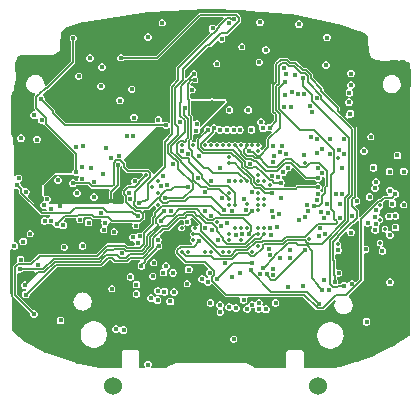
<source format=gbr>
G04*
G04 #@! TF.GenerationSoftware,Altium Limited,Altium Designer,24.6.1 (21)*
G04*
G04 Layer_Physical_Order=3*
G04 Layer_Color=8978557*
%FSLAX44Y44*%
%MOMM*%
G71*
G04*
G04 #@! TF.SameCoordinates,46D9000B-954F-446C-B998-76B77EA3697B*
G04*
G04*
G04 #@! TF.FilePolarity,Positive*
G04*
G01*
G75*
%ADD17C,0.1500*%
%ADD68C,1.5240*%
%ADD69C,0.3500*%
%ADD70C,0.4500*%
%ADD71C,0.4000*%
G36*
X166401Y270186D02*
X197581Y269160D01*
X198812Y268983D01*
X198876Y268957D01*
X200111Y269007D01*
X211446Y268012D01*
X211447Y268012D01*
X211449Y268012D01*
X234281Y266065D01*
X234376Y266049D01*
X235530Y265819D01*
X236776Y265679D01*
X279492Y256383D01*
X279622Y256346D01*
X280805Y255994D01*
D01*
X282025Y255695D01*
X293194Y252050D01*
X293249Y252032D01*
X294335Y251590D01*
X294335Y251590D01*
X294373Y251574D01*
X295546Y251237D01*
X296745Y250800D01*
X298459Y250175D01*
X298475Y250104D01*
Y250104D01*
X298683Y250017D01*
X299466Y249362D01*
X301584Y247250D01*
X301598Y247217D01*
X301875Y241250D01*
X301876Y241210D01*
X301756Y240037D01*
X301905Y239084D01*
X301943Y238804D01*
X301955Y237503D01*
X301982Y234625D01*
X301998Y234548D01*
X301989Y234470D01*
X302090Y234109D01*
X302167Y233741D01*
X302211Y233676D01*
X302232Y233601D01*
X304334Y229452D01*
X304384Y229389D01*
X304410Y229314D01*
X304661Y229036D01*
X304892Y228742D01*
X304961Y228703D01*
X305015Y228643D01*
X305353Y228482D01*
X305679Y228299D01*
X305758Y228289D01*
X305830Y228255D01*
X313071Y226421D01*
X313389Y226404D01*
X313704Y226351D01*
X326263Y226701D01*
X327472Y226566D01*
X328192Y226677D01*
X328696Y226751D01*
X330010Y226768D01*
X332604Y226800D01*
X333014Y226631D01*
X333030Y226637D01*
X333045Y226646D01*
X336648Y224693D01*
X337422Y220320D01*
X337292Y220165D01*
Y220165D01*
X337290Y220163D01*
X337374Y219961D01*
X337463Y218740D01*
X337395Y189733D01*
X337395Y189731D01*
X337395Y189730D01*
X337396Y15497D01*
Y-4405D01*
X337329Y-5332D01*
X337299Y-5357D01*
X337133Y-5629D01*
X336307Y-6408D01*
X324179Y-14463D01*
X324128Y-14492D01*
X323067Y-15077D01*
X323067Y-15077D01*
X321996Y-15714D01*
X320966Y-16224D01*
X307676Y-22810D01*
X307579Y-22771D01*
X307471Y-22816D01*
X306329Y-23325D01*
X294292Y-27809D01*
X293102Y-28252D01*
X291968Y-28582D01*
X291052Y-28916D01*
X290773Y-29017D01*
X278437Y-32537D01*
X277267Y-32769D01*
X277266Y-32768D01*
X276353Y-33045D01*
X276048Y-33135D01*
X274806Y-33402D01*
X271861Y-34036D01*
X247055D01*
Y-19738D01*
X246738Y-18973D01*
X245973Y-18656D01*
X233472D01*
X232707Y-18973D01*
X232390Y-19738D01*
Y-34036D01*
X205653D01*
X204458Y-32574D01*
X204396Y-32523D01*
X204354Y-32455D01*
X204050Y-32237D01*
X203761Y-31999D01*
X203685Y-31976D01*
X203619Y-31929D01*
X198188Y-29473D01*
X198152Y-29464D01*
X198120Y-29443D01*
X197713Y-29362D01*
X197309Y-29268D01*
X197272Y-29274D01*
X197235Y-29267D01*
X139619D01*
X139186Y-29353D01*
X138751Y-29436D01*
X133220Y-31671D01*
X133133Y-31728D01*
X133033Y-31756D01*
X132758Y-31974D01*
X132465Y-32166D01*
X132407Y-32252D01*
X132325Y-32317D01*
X130862Y-34036D01*
X118152D01*
X117626Y-32766D01*
X117817Y-32575D01*
X118312Y-31381D01*
Y-30087D01*
X117817Y-28893D01*
X116903Y-27979D01*
X115709Y-27484D01*
X114416D01*
X113221Y-27979D01*
X112307Y-28893D01*
X111812Y-30087D01*
Y-31381D01*
X112307Y-32575D01*
X112498Y-32766D01*
X111972Y-34036D01*
X107549D01*
Y-19738D01*
X107232Y-18973D01*
X106466Y-18655D01*
X93966D01*
X93200Y-18973D01*
X92883Y-19738D01*
Y-34036D01*
X74943D01*
X56376Y-30333D01*
X56227Y-30294D01*
X55039Y-29960D01*
Y-29960D01*
X53836Y-29648D01*
X29447Y-21300D01*
X28479Y-20956D01*
X28449Y-20881D01*
X28282Y-20811D01*
X27171Y-20297D01*
X12484Y-12455D01*
X11453Y-11782D01*
X11267Y-11705D01*
X10263Y-11011D01*
X5886Y-7594D01*
X4998Y-6734D01*
X4971Y-6669D01*
X4880Y-6631D01*
X4084Y-5939D01*
X4046Y-5897D01*
X247Y-1661D01*
X177Y-1493D01*
X-0Y210D01*
X50Y1361D01*
X-1Y1483D01*
Y1483D01*
X-99Y1574D01*
X-95Y2402D01*
X333Y17073D01*
X315Y17180D01*
X329Y17287D01*
X-157Y24956D01*
X-205Y25136D01*
X-210Y25323D01*
X-1310Y30152D01*
X-1438Y31368D01*
X-1544Y31622D01*
X-1614Y32824D01*
Y64494D01*
X-1597Y65669D01*
X-1438Y66052D01*
X-1423Y66066D01*
X-512Y66888D01*
X159Y67038D01*
X281Y66915D01*
X1475Y66421D01*
X2768D01*
X3963Y66915D01*
X4877Y67830D01*
X5372Y69024D01*
Y70317D01*
X4877Y71512D01*
X3963Y72426D01*
X2768Y72920D01*
X2284D01*
X1631Y73609D01*
X1334Y74132D01*
X1358Y74289D01*
X1441Y74620D01*
X1642Y78542D01*
X1633Y78604D01*
X1645Y78666D01*
X1542Y117867D01*
X1841Y118142D01*
X2810Y118590D01*
X3672Y118234D01*
X4965D01*
X5021Y118257D01*
X5921Y117358D01*
Y114661D01*
X6057Y113979D01*
X6443Y113400D01*
X23847Y95996D01*
X24426Y95609D01*
X25109Y95474D01*
X31913D01*
X32165Y94204D01*
X31344Y93863D01*
X30430Y92949D01*
X29567Y93393D01*
X29527Y93433D01*
X28333Y93928D01*
X27039D01*
X25845Y93433D01*
X24931Y92519D01*
X24436Y91325D01*
Y90031D01*
X24931Y88837D01*
X25845Y87923D01*
X27039Y87428D01*
X28333D01*
X29527Y87923D01*
X30441Y88837D01*
X31304Y88393D01*
X31344Y88353D01*
X32539Y87858D01*
X33832D01*
X34962Y87152D01*
X35297Y86343D01*
X36211Y85428D01*
X37406Y84934D01*
X38699D01*
X39335Y85197D01*
X40698Y85225D01*
X41612Y84310D01*
X42807Y83816D01*
X44100D01*
X45294Y84310D01*
X46209Y85225D01*
X46703Y86419D01*
Y87712D01*
X46209Y88907D01*
X45294Y89821D01*
X44385Y90197D01*
X44021Y91128D01*
X43977Y91586D01*
X44554Y92163D01*
X45349Y92958D01*
X54128D01*
X54404Y92545D01*
Y91351D01*
X54861Y90249D01*
X55705Y89405D01*
X56807Y88948D01*
X58001D01*
X59103Y89405D01*
X59947Y90249D01*
X60404Y91351D01*
Y92545D01*
X60356Y92660D01*
X61205Y93930D01*
X67040D01*
X68207Y92762D01*
X68786Y92375D01*
X69469Y92240D01*
X75402D01*
X75696Y91877D01*
X76091Y90970D01*
X75712Y90055D01*
Y88762D01*
X76207Y87567D01*
X76343Y87431D01*
X76045Y85933D01*
X75895Y85871D01*
X75051Y85027D01*
X74594Y83924D01*
Y82731D01*
X75051Y81628D01*
X75895Y80784D01*
X76997Y80328D01*
X78191D01*
X79293Y80784D01*
X80137Y81628D01*
X80594Y82731D01*
Y83924D01*
X80146Y85006D01*
X80138Y85029D01*
X80452Y86508D01*
X80803Y86653D01*
X81717Y87567D01*
X82212Y88762D01*
Y88896D01*
X82557Y89188D01*
X83482Y89520D01*
X83764Y89332D01*
X84447Y89196D01*
X101360D01*
X102125Y87926D01*
X101933Y87465D01*
Y86271D01*
X102390Y85169D01*
X103234Y84325D01*
X104337Y83868D01*
X105530D01*
X106633Y84325D01*
X107477Y85169D01*
X107934Y86271D01*
Y87465D01*
X107743Y87926D01*
X108108Y88734D01*
X108476Y89228D01*
X108999Y89332D01*
X109578Y89719D01*
X111914Y92055D01*
X112301Y92634D01*
X112437Y93317D01*
Y96653D01*
X112301Y97336D01*
X111914Y97914D01*
X111126Y98702D01*
X111612Y99876D01*
X114825D01*
X115508Y100012D01*
X116086Y100398D01*
X119493Y103805D01*
X120934Y103490D01*
X120977Y103445D01*
X121085Y103184D01*
X121858Y102411D01*
X121874Y102404D01*
X122172Y100906D01*
X120150Y98884D01*
X119763Y98305D01*
X119628Y97622D01*
Y95670D01*
X118464Y94507D01*
X118077Y93928D01*
X117942Y93245D01*
Y88780D01*
X110984Y81823D01*
X110682Y81371D01*
X110558Y81228D01*
X109238Y80700D01*
X108674Y80933D01*
X107382D01*
X106187Y80438D01*
X105273Y79524D01*
X104030Y79843D01*
X103227Y80176D01*
X101934D01*
X100739Y79681D01*
X99825Y78767D01*
X99331Y77572D01*
Y76280D01*
X99825Y75085D01*
X100739Y74171D01*
X101934Y73676D01*
X102836D01*
X103549Y73133D01*
X103881Y72572D01*
Y71587D01*
X104011Y71272D01*
X103163Y70002D01*
X98127D01*
X96883Y71246D01*
X96304Y71632D01*
X95622Y71768D01*
X80906D01*
X80223Y71632D01*
X79644Y71246D01*
X71651Y63252D01*
X23876D01*
X23193Y63116D01*
X22614Y62730D01*
X15723Y55838D01*
X11334D01*
X10486Y57108D01*
X10616Y57424D01*
Y58716D01*
X10121Y59911D01*
X9207Y60825D01*
X8012Y61320D01*
X6719D01*
X5525Y60825D01*
X4611Y59911D01*
X4116Y58716D01*
Y57424D01*
X4290Y57004D01*
X4262Y55883D01*
X3710Y55337D01*
X3679Y55316D01*
X3679Y55316D01*
X3679Y55316D01*
X1327Y52963D01*
X1086Y52603D01*
X940Y52385D01*
Y52385D01*
X940Y52384D01*
X868Y52021D01*
X804Y51702D01*
Y28146D01*
X940Y27463D01*
X1327Y26885D01*
X15569Y12641D01*
X15546Y12585D01*
Y11292D01*
X16041Y10097D01*
X16955Y9183D01*
X18149Y8688D01*
X19442D01*
X20637Y9183D01*
X21551Y10097D01*
X22046Y11292D01*
Y12585D01*
X21551Y13779D01*
X20637Y14693D01*
X19442Y15188D01*
X18149D01*
X18093Y15165D01*
X4372Y28885D01*
Y46070D01*
X5643Y46919D01*
X5957Y46788D01*
X7250D01*
X8445Y47283D01*
X9359Y48197D01*
X9383Y48254D01*
X18788D01*
X19314Y46984D01*
X11870Y39539D01*
X11813Y39563D01*
X10520D01*
X9326Y39068D01*
X8412Y38154D01*
X7917Y36959D01*
Y35666D01*
X8412Y34472D01*
X9326Y33558D01*
X10520Y33063D01*
X11580D01*
X11687Y32978D01*
X12018Y32556D01*
X12287Y31890D01*
X12122Y31698D01*
X11037D01*
X9843Y31203D01*
X8929Y30289D01*
X8434Y29095D01*
Y27801D01*
X8929Y26607D01*
X9843Y25693D01*
X11037Y25198D01*
X12330D01*
X13525Y25693D01*
X14439Y26607D01*
X14934Y27801D01*
Y28917D01*
X38153Y52136D01*
X75516D01*
X76199Y52272D01*
X76778Y52658D01*
X81771Y57652D01*
X83856D01*
X85849Y55658D01*
X86428Y55272D01*
X87111Y55136D01*
X97673D01*
X98356Y55272D01*
X98934Y55658D01*
X100928Y57652D01*
X108098D01*
X108103Y57649D01*
X108815Y56382D01*
X108579Y55992D01*
X107797Y55669D01*
X106883Y54754D01*
X106388Y53560D01*
Y52267D01*
X106883Y51072D01*
X107797Y50158D01*
X108992Y49663D01*
X110285D01*
X111479Y50158D01*
X112393Y51072D01*
X112888Y52267D01*
Y53560D01*
X112633Y54176D01*
X113690Y55234D01*
X114077Y55812D01*
X114213Y56495D01*
Y56817D01*
X123508Y66112D01*
X123610Y66265D01*
X124804D01*
X125999Y66760D01*
X126913Y67674D01*
X127408Y68868D01*
Y70161D01*
X126913Y71356D01*
X125999Y72270D01*
X126395Y73481D01*
X126670Y74145D01*
Y75339D01*
X126213Y76441D01*
X125369Y77285D01*
X125270Y77326D01*
X124972Y78824D01*
X128345Y82197D01*
X132169D01*
X132851Y82333D01*
X133430Y82720D01*
X142216Y91506D01*
X144807D01*
X145363Y90673D01*
Y89380D01*
X145858Y88185D01*
X146034Y88009D01*
X145228Y87073D01*
X145013Y87162D01*
X144217Y87492D01*
X143123D01*
X142112Y87073D01*
X141339Y86300D01*
X140920Y85289D01*
Y84195D01*
X141339Y83184D01*
X142112Y82411D01*
X143123Y81992D01*
X144217D01*
X145228Y82411D01*
X146001Y83184D01*
X146420Y84195D01*
Y85289D01*
X146053Y86175D01*
X146001Y86300D01*
X145982Y86353D01*
X146772Y87271D01*
X146995Y87179D01*
X147967Y86776D01*
X149260D01*
X150454Y87271D01*
X151369Y88185D01*
X151863Y89380D01*
Y90673D01*
X151369Y91867D01*
X151130Y92106D01*
X151568Y93416D01*
X152366Y93525D01*
X158011Y87880D01*
X157882Y86791D01*
X156661Y86496D01*
X156244Y86913D01*
X155233Y87332D01*
X154139D01*
X153128Y86913D01*
X152355Y86140D01*
X151936Y85129D01*
Y84035D01*
X152169Y83471D01*
X152112Y82073D01*
X151339Y81299D01*
X150920Y80289D01*
Y79195D01*
X151339Y78184D01*
X151451Y78072D01*
X152001Y77242D01*
X151451Y76412D01*
X151339Y76300D01*
X150920Y75289D01*
Y74195D01*
X151339Y73184D01*
X152112Y72411D01*
X152164Y71026D01*
X152091Y70872D01*
X143044D01*
X142361Y70736D01*
X141782Y70350D01*
X138892Y67460D01*
X138506Y66881D01*
X138370Y66199D01*
Y63286D01*
X138506Y62603D01*
X138892Y62024D01*
X146044Y54872D01*
X146623Y54486D01*
X147306Y54350D01*
X162875D01*
X166218Y51007D01*
X165920Y49509D01*
X165604Y49379D01*
X164690Y48465D01*
X164195Y47270D01*
Y45977D01*
X164690Y44783D01*
X165604Y43868D01*
X166494Y43500D01*
X166524Y43386D01*
X165582Y42116D01*
X165377D01*
X164151Y42983D01*
X163935Y43505D01*
X163021Y44419D01*
X161826Y44914D01*
X160534D01*
X159339Y44419D01*
X158425Y43505D01*
X157930Y42310D01*
Y41017D01*
X158425Y39823D01*
X159339Y38909D01*
X160534Y38414D01*
X161826D01*
X162632Y38748D01*
X162974Y38519D01*
X163431Y37417D01*
X164275Y36573D01*
X165377Y36116D01*
X166571D01*
X167673Y36573D01*
X168290Y37190D01*
X169736Y37539D01*
X180025Y27251D01*
X180604Y26864D01*
X181287Y26728D01*
X192469D01*
X193136Y25458D01*
X192838Y24738D01*
Y23445D01*
X193333Y22251D01*
X194247Y21337D01*
X195441Y20842D01*
X196735D01*
X197929Y21337D01*
X198843Y22251D01*
X199338Y23445D01*
Y24738D01*
X199040Y25458D01*
X199707Y26728D01*
X230833D01*
X230848Y26718D01*
X231530Y26583D01*
X236942D01*
X237624Y26718D01*
X237639Y26728D01*
X246600D01*
X257528Y15800D01*
X258107Y15414D01*
X258790Y15278D01*
X263367D01*
X264049Y15414D01*
X264628Y15800D01*
X272600Y23772D01*
X273991Y23367D01*
X274035Y23170D01*
X273537Y21968D01*
Y21858D01*
X273475Y21765D01*
X273385Y21311D01*
X273175Y20424D01*
X273064Y20154D01*
X273064Y19197D01*
X273334Y18162D01*
X273341Y18130D01*
X273475Y17490D01*
X273499Y17455D01*
X273535Y17295D01*
X273537Y17287D01*
X273719Y16847D01*
X274035Y16085D01*
X274113Y16007D01*
X274135Y15898D01*
X274231Y15754D01*
X274873Y14784D01*
X275003Y14504D01*
X275042Y14409D01*
X275042Y14409D01*
X275295Y14157D01*
X275546Y13904D01*
X275547Y13904D01*
X275573Y13893D01*
X276076Y13598D01*
X277158Y12875D01*
X277266Y12854D01*
X277345Y12775D01*
X278547Y12278D01*
X278657D01*
X278750Y12216D01*
X280026Y11962D01*
X280591Y11804D01*
X280970D01*
X281749Y11962D01*
X282195Y12051D01*
X283025Y12216D01*
X283117Y12278D01*
X283228D01*
X284429Y12775D01*
X284508Y12854D01*
X284617Y12875D01*
X285698Y13598D01*
X285760Y13690D01*
X285862Y13733D01*
X286782Y14653D01*
X286825Y14755D01*
X286917Y14817D01*
X287640Y15898D01*
X287661Y16007D01*
X287740Y16085D01*
X288237Y17287D01*
Y17398D01*
X288299Y17490D01*
X288553Y18766D01*
X288531Y18875D01*
X288574Y18977D01*
Y20278D01*
X288531Y20381D01*
X288553Y20489D01*
X288299Y21765D01*
X288237Y21858D01*
Y21968D01*
X287740Y23170D01*
X287661Y23249D01*
X287640Y23357D01*
X287136Y24111D01*
X286917Y24439D01*
X286445Y25126D01*
X286438Y25141D01*
X286438Y25141D01*
X286325Y25252D01*
X286214Y25365D01*
X286214Y25365D01*
X286186Y25377D01*
X285698Y25657D01*
X285224Y25975D01*
X285011Y27475D01*
X285018Y27494D01*
X285039Y27530D01*
X297194Y39685D01*
X297581Y40264D01*
X297717Y40947D01*
Y62951D01*
X298987Y63800D01*
X299092Y63756D01*
X300285D01*
X301388Y64213D01*
X302232Y65057D01*
X302689Y66160D01*
Y67353D01*
X302232Y68456D01*
X301388Y69300D01*
X300285Y69756D01*
X299092D01*
X298987Y69713D01*
X297717Y70562D01*
Y86510D01*
X298987Y86915D01*
X299545Y86357D01*
X300647Y85900D01*
X301841D01*
X302943Y86357D01*
X303200Y86614D01*
X304779Y86529D01*
X305247Y85942D01*
X305152Y85088D01*
X304925Y84861D01*
X304430Y83667D01*
Y82374D01*
X304925Y81179D01*
X305839Y80265D01*
X307034Y79770D01*
X308327D01*
X309521Y80265D01*
X310436Y81179D01*
X310930Y82374D01*
Y83667D01*
X310436Y84861D01*
X310615Y86478D01*
X310842Y86704D01*
X311337Y87899D01*
Y89192D01*
X311342Y89200D01*
X312391D01*
X313402Y89619D01*
X314175Y90392D01*
X314594Y91403D01*
Y92497D01*
X314175Y93508D01*
X313402Y94281D01*
X312391Y94700D01*
X311297D01*
X310454Y95665D01*
X310479Y97003D01*
X311393Y97918D01*
X311888Y99112D01*
Y100405D01*
X311877Y100431D01*
X312391Y101200D01*
X313402Y101619D01*
X314175Y102392D01*
X314594Y103403D01*
Y104497D01*
X314175Y105508D01*
X314080Y106691D01*
X314366Y106976D01*
X316103Y108714D01*
X319016D01*
X319542Y107444D01*
X319357Y107259D01*
X318863Y106065D01*
Y104771D01*
X319357Y103577D01*
X320272Y102663D01*
X321466Y102168D01*
X322759D01*
X323954Y102663D01*
X324868Y103577D01*
X325363Y104771D01*
Y106065D01*
X324868Y107259D01*
X323954Y108173D01*
X323905Y108193D01*
X323508Y109507D01*
X323550Y109583D01*
X324310Y110391D01*
X325287D01*
X326482Y110885D01*
X327396Y111800D01*
X327891Y112994D01*
Y114287D01*
X327396Y115482D01*
X326482Y116396D01*
X325287Y116891D01*
X323994D01*
X322937Y117827D01*
X322706Y118385D01*
X321792Y119300D01*
X320598Y119794D01*
X319305D01*
X318110Y119300D01*
X317196Y118385D01*
X316701Y117191D01*
Y115898D01*
X317196Y114703D01*
X318110Y113789D01*
X318682Y113552D01*
X318429Y112282D01*
X315364D01*
X314682Y112147D01*
X314103Y111760D01*
X312080Y109736D01*
X310874D01*
X310191Y109601D01*
X309612Y109214D01*
X307066Y106668D01*
X306679Y106089D01*
X306658Y105981D01*
X295094Y94418D01*
X293824Y94944D01*
Y99247D01*
X293689Y99930D01*
X293302Y100509D01*
X290598Y103212D01*
X290640Y103588D01*
X291249Y104696D01*
X292443D01*
X293545Y105153D01*
X294389Y105997D01*
X294846Y107099D01*
Y108293D01*
X294389Y109395D01*
X293545Y110239D01*
X292443Y110696D01*
X292082Y111451D01*
Y116869D01*
Y169444D01*
X291947Y170127D01*
X291560Y170706D01*
X284866Y177399D01*
X285585Y178476D01*
X285865Y178360D01*
X287159D01*
X288353Y178855D01*
X289267Y179769D01*
X289762Y180963D01*
Y182257D01*
X289267Y183451D01*
X288353Y184365D01*
X287159Y184860D01*
X285865D01*
X284671Y184365D01*
X283757Y183451D01*
X283262Y182257D01*
Y180963D01*
X283378Y180683D01*
X282301Y179964D01*
X277964Y184302D01*
Y186418D01*
X277828Y187101D01*
X277441Y187679D01*
X263845Y201275D01*
Y202506D01*
X263709Y203188D01*
X263323Y203767D01*
X254697Y212393D01*
Y214524D01*
X254561Y215206D01*
X254174Y215785D01*
X250347Y219612D01*
X249768Y219999D01*
X249086Y220135D01*
X246955D01*
X241167Y225923D01*
X240588Y226309D01*
X239905Y226445D01*
X236124D01*
X234130Y228439D01*
X233551Y228826D01*
X232868Y228962D01*
X227457D01*
X226774Y228826D01*
X226195Y228439D01*
X222369Y224613D01*
X221982Y224034D01*
X221846Y223351D01*
Y219796D01*
X221845Y219792D01*
Y208831D01*
X220069Y207054D01*
X219682Y206476D01*
X219546Y205793D01*
Y183388D01*
X219682Y182705D01*
X220069Y182126D01*
X221845Y180350D01*
Y176112D01*
X218889Y173155D01*
X218832Y173179D01*
X217540D01*
X216345Y172684D01*
X215832Y172171D01*
X214524Y171924D01*
X214213Y172208D01*
X213817Y173396D01*
X213944Y173703D01*
Y174996D01*
X213450Y176191D01*
X212535Y177105D01*
X211341Y177600D01*
X210048D01*
X208854Y177105D01*
X207939Y176191D01*
X207444Y174996D01*
Y173703D01*
X207939Y172509D01*
X208853Y171595D01*
X209357Y170084D01*
X209230Y169777D01*
Y168484D01*
X209724Y167290D01*
X210639Y166375D01*
X211833Y165881D01*
X213126D01*
X214321Y166375D01*
X214834Y166889D01*
X216345Y167174D01*
X217540Y166679D01*
X218832D01*
X219121Y166799D01*
X219841Y165722D01*
X215956Y161838D01*
X215569Y161259D01*
X215434Y160576D01*
Y154057D01*
X212464Y151087D01*
X211034Y151295D01*
X210420Y152363D01*
X210889Y153072D01*
X211001Y153184D01*
X211420Y154195D01*
Y155289D01*
X211001Y156300D01*
X210228Y157073D01*
X209217Y157492D01*
X208123D01*
X207112Y157073D01*
X207000Y156960D01*
X206170Y156411D01*
X205340Y156960D01*
X205228Y157073D01*
X204217Y157492D01*
X203123D01*
X202112Y157073D01*
X202000Y156961D01*
X201170Y156411D01*
X200340Y156961D01*
X200228Y157073D01*
X199217Y157492D01*
X198123D01*
X197112Y157073D01*
X197000Y156960D01*
X196170Y156411D01*
X195340Y156960D01*
X195228Y157073D01*
X194217Y157492D01*
X193123D01*
X192112Y157073D01*
X192000Y156961D01*
X191170Y156411D01*
X190340Y156961D01*
X190228Y157073D01*
X189217Y157492D01*
X188123D01*
X187113Y157073D01*
X187000Y156960D01*
X186170Y156411D01*
X185340Y156960D01*
X185228Y157073D01*
X184217Y157492D01*
X183123D01*
X182112Y157073D01*
X182000Y156961D01*
X181170Y156411D01*
X180340Y156961D01*
X180228Y157073D01*
X179217Y157492D01*
X178123D01*
X177113Y157073D01*
X177000Y156960D01*
X176170Y156411D01*
X175340Y156960D01*
X175228Y157073D01*
X174217Y157492D01*
X173123D01*
X172112Y157073D01*
X172000Y156961D01*
X171170Y156411D01*
X170340Y156961D01*
X170228Y157073D01*
X169217Y157492D01*
X168123D01*
X167113Y157073D01*
X167000Y156960D01*
X166291Y156491D01*
X165223Y157106D01*
X165015Y158536D01*
X171630Y165151D01*
X172016Y165729D01*
X173309Y166107D01*
X173521Y166053D01*
X174435Y165139D01*
X175630Y164644D01*
X176922D01*
X178117Y165139D01*
X178478Y165500D01*
X179137Y166000D01*
X180137Y165500D01*
X180336Y165302D01*
X181530Y164807D01*
X182823D01*
X184017Y165302D01*
X185584Y165072D01*
X185831Y164825D01*
X187026Y164331D01*
X188318D01*
X189513Y164825D01*
X189760Y165072D01*
X191327Y165302D01*
X192521Y164807D01*
X193814D01*
X195009Y165302D01*
X195923Y166216D01*
X196418Y167411D01*
Y168703D01*
X195923Y169898D01*
X195009Y170812D01*
X193814Y171307D01*
X192521D01*
X191327Y170812D01*
X191080Y170565D01*
X189513Y170336D01*
X188318Y170830D01*
X187026D01*
X185831Y170336D01*
X184264Y170565D01*
X184017Y170812D01*
X182823Y171307D01*
X181530D01*
X180336Y170812D01*
X179974Y170451D01*
X179315Y169951D01*
X178315Y170451D01*
X178117Y170649D01*
X176922Y171144D01*
X175630D01*
X175194Y170964D01*
X173697Y171259D01*
X172783Y172173D01*
X171588Y172668D01*
X170296D01*
X169101Y172173D01*
X168406Y171478D01*
X167500Y170588D01*
X166305Y171083D01*
X165012D01*
X163818Y170588D01*
X162904Y169674D01*
X162409Y168479D01*
Y167187D01*
X162432Y167130D01*
X156376Y161074D01*
X155990Y160495D01*
X155854Y159812D01*
Y158107D01*
X154584Y157340D01*
X154217Y157492D01*
X153123D01*
X152673Y157815D01*
X152578Y158983D01*
X152965Y159562D01*
X153101Y160245D01*
Y163891D01*
X153803Y164279D01*
X154371Y164484D01*
X155359Y164074D01*
X156553D01*
X157655Y164531D01*
X158499Y165375D01*
X158956Y166477D01*
Y167671D01*
X158931Y167732D01*
X158932Y167742D01*
X159139Y168360D01*
X159703Y168977D01*
X159873Y169136D01*
X160088Y169225D01*
X181710Y190847D01*
X181792Y191046D01*
X181945Y191199D01*
Y191414D01*
X182027Y191613D01*
X181945Y191812D01*
Y192027D01*
X181459Y193200D01*
X181306Y193352D01*
X181224Y193551D01*
X181025Y193634D01*
X180873Y193786D01*
X180658D01*
X180459Y193868D01*
X171062D01*
X170746Y194184D01*
X169735Y194603D01*
X168641D01*
X167630Y194184D01*
X167314Y193868D01*
X151854D01*
X151844Y193864D01*
X151718Y193932D01*
X151332Y194510D01*
X150645Y195198D01*
Y198129D01*
X151915Y198978D01*
X152029Y198930D01*
X153223D01*
X154326Y199387D01*
X155169Y200231D01*
X155626Y201333D01*
Y202527D01*
X155169Y203629D01*
X154326Y204473D01*
X153223Y204930D01*
X152029D01*
X151223Y205850D01*
X151144Y206828D01*
X152620Y208303D01*
X152960D01*
X153241Y208023D01*
X154343Y207566D01*
X155537D01*
X156639Y208023D01*
X157483Y208867D01*
X157940Y209969D01*
Y211163D01*
X157483Y212265D01*
X156639Y213109D01*
X156522Y213699D01*
X156633Y213810D01*
X157090Y214913D01*
Y216106D01*
X156633Y217209D01*
X155789Y218053D01*
X154687Y218509D01*
X153493D01*
X152391Y218053D01*
X151547Y217209D01*
X151090Y216106D01*
Y215378D01*
X147738Y212026D01*
X146564Y212512D01*
Y218463D01*
X165793Y237692D01*
X166914D01*
X167597Y237828D01*
X168176Y238215D01*
X173457Y243496D01*
X174955Y243198D01*
X175003Y243083D01*
X175847Y242239D01*
X176949Y241782D01*
X178143D01*
X179245Y242239D01*
X180089Y243083D01*
X180546Y244185D01*
Y245379D01*
X180089Y246481D01*
X180012Y246559D01*
X180538Y247829D01*
X182093D01*
X182776Y247965D01*
X183354Y248352D01*
X193492Y258489D01*
X193878Y259068D01*
X194014Y259750D01*
Y263078D01*
X193878Y263760D01*
X193492Y264339D01*
X191139Y266692D01*
X190560Y267078D01*
X189877Y267214D01*
X159266D01*
X158583Y267078D01*
X158005Y266692D01*
X121951Y230638D01*
X94790D01*
X94031Y231397D01*
X92928Y231854D01*
X91735D01*
X90632Y231397D01*
X89788Y230553D01*
X89332Y229451D01*
Y228257D01*
X89788Y227155D01*
X90632Y226311D01*
X91735Y225854D01*
X92928D01*
X94031Y226311D01*
X94790Y227070D01*
X122690D01*
X123373Y227206D01*
X123952Y227592D01*
X160005Y263646D01*
X178808D01*
X179334Y262376D01*
X173751Y256792D01*
X173531Y256464D01*
X172492Y256213D01*
X172069Y256213D01*
X171661Y256621D01*
X170466Y257116D01*
X169173D01*
X167979Y256621D01*
X167065Y255707D01*
X166570Y254513D01*
Y253220D01*
X167065Y252025D01*
X167979Y251111D01*
X168129Y250358D01*
X139708Y221938D01*
X139321Y221359D01*
X139186Y220676D01*
Y210590D01*
X134475Y205880D01*
X134088Y205301D01*
X133952Y204618D01*
Y174318D01*
X133937Y174308D01*
X132682Y173929D01*
X132110Y174501D01*
X131007Y174958D01*
X129814D01*
X128711Y174501D01*
X128709Y174499D01*
X128175Y174576D01*
X127259Y175685D01*
Y176978D01*
X126765Y178172D01*
X125850Y179087D01*
X124656Y179581D01*
X123363D01*
X122168Y179087D01*
X121254Y178172D01*
X120759Y176978D01*
Y175685D01*
X121038Y175012D01*
X120343Y173742D01*
X45697D01*
X36761Y182678D01*
Y183793D01*
X36625Y184476D01*
X36239Y185055D01*
X27649Y193645D01*
X27672Y193701D01*
Y194994D01*
X27177Y196189D01*
X26263Y197103D01*
X26210Y197125D01*
X25963Y198370D01*
X29434Y201842D01*
X30001D01*
X30684Y201977D01*
X31263Y202364D01*
X53078Y224179D01*
X53464Y224758D01*
X53600Y225440D01*
Y243160D01*
X54359Y243919D01*
X54816Y245021D01*
Y246215D01*
X54359Y247317D01*
X53515Y248161D01*
X52413Y248618D01*
X51219D01*
X50117Y248161D01*
X49273Y247317D01*
X48816Y246215D01*
Y245021D01*
X49273Y243919D01*
X50032Y243160D01*
Y226179D01*
X29262Y205410D01*
X28695D01*
X28675Y205406D01*
X28224Y205590D01*
X27873Y205926D01*
X27608Y206393D01*
X27636Y206499D01*
Y206900D01*
X27478Y207618D01*
X27378Y208120D01*
X27224Y208894D01*
X27162Y208986D01*
Y209097D01*
X26664Y210298D01*
X26586Y210377D01*
X26564Y210485D01*
X26129Y211137D01*
X25842Y211567D01*
X25463Y212158D01*
X25455Y212177D01*
X25455Y212177D01*
X25351Y212279D01*
X25249Y212383D01*
X25249Y212383D01*
X25231Y212391D01*
X24623Y212786D01*
X24210Y213062D01*
X23542Y213508D01*
X23433Y213530D01*
X23354Y213608D01*
X22153Y214106D01*
X22042D01*
X21950Y214168D01*
X21191Y214319D01*
X20674Y214422D01*
X19972Y214580D01*
X19634D01*
X18950Y214422D01*
X18416Y214315D01*
X17674Y214168D01*
X17582Y214106D01*
X17471D01*
X16270Y213608D01*
X16191Y213530D01*
X16082Y213508D01*
X15428Y213071D01*
X15001Y212786D01*
X14406Y212404D01*
X14388Y212396D01*
X14388Y212396D01*
X14264Y212271D01*
X14139Y212147D01*
X14139Y212147D01*
X14130Y212126D01*
X13782Y211567D01*
X13472Y211103D01*
X13060Y210485D01*
X13038Y210377D01*
X12960Y210298D01*
X12462Y209097D01*
Y208986D01*
X12400Y208894D01*
X12253Y208153D01*
X12146Y207618D01*
X11988Y206943D01*
Y206455D01*
X12146Y205894D01*
X12274Y205254D01*
X12400Y204618D01*
X12462Y204526D01*
Y204415D01*
X12960Y203214D01*
X13038Y203135D01*
X13060Y203026D01*
X13782Y201945D01*
X14046Y201475D01*
X14059Y201445D01*
X14059Y201445D01*
X14321Y201184D01*
X14582Y200922D01*
X14582Y200922D01*
X14656Y200891D01*
X14983Y200735D01*
X15573Y200344D01*
X15931Y200105D01*
X16083Y200004D01*
X16191Y199982D01*
X16270Y199904D01*
X17471Y199406D01*
X17582D01*
X17674Y199344D01*
X18199Y199240D01*
X19068Y199045D01*
X19131Y199021D01*
X19538Y198037D01*
X19592Y197698D01*
X19144Y197250D01*
X18758Y196672D01*
X18622Y195989D01*
Y186697D01*
X18758Y186014D01*
X19144Y185435D01*
X19863Y184717D01*
X19857Y184690D01*
X19240Y183544D01*
X18328D01*
X17134Y183049D01*
X16220Y182135D01*
X15725Y180940D01*
Y179647D01*
X16220Y178453D01*
X17134Y177539D01*
X18328Y177044D01*
X19621D01*
X20768Y177519D01*
X21216Y177311D01*
X21538Y177128D01*
X21896Y176823D01*
Y175631D01*
X22391Y174437D01*
X23305Y173522D01*
X24499Y173028D01*
X25793D01*
X26108Y173158D01*
X26326Y173135D01*
X27505Y172381D01*
X27513Y172339D01*
X27900Y171760D01*
X52744Y146916D01*
Y135369D01*
X52330Y135198D01*
X51416Y134284D01*
X50921Y133089D01*
Y131796D01*
X50476Y131130D01*
X36068D01*
X36068Y131130D01*
X35303Y130813D01*
X26159Y121669D01*
X25842Y120904D01*
Y112347D01*
X25924Y112148D01*
Y111933D01*
X26076Y111780D01*
X26159Y111581D01*
X26287Y111528D01*
X26421Y111435D01*
X26510Y111347D01*
X26608Y111306D01*
X27327Y110809D01*
X26972Y109953D01*
Y108759D01*
X26903Y108493D01*
X26197Y107311D01*
X25451Y107002D01*
X24537Y106088D01*
X24042Y104893D01*
Y103600D01*
X24537Y102406D01*
X25451Y101491D01*
X26646Y100997D01*
X27939D01*
X28109Y101067D01*
X29533Y100433D01*
X29618Y100198D01*
X28817Y99042D01*
X25848D01*
X13364Y111525D01*
X13662Y113023D01*
X13777Y113071D01*
X14621Y113915D01*
X15078Y115018D01*
Y116211D01*
X14621Y117314D01*
X13777Y118158D01*
X12675Y118614D01*
X11481D01*
X10726Y118302D01*
X9444Y118748D01*
X9294Y118869D01*
X8967Y119358D01*
X7545Y120781D01*
X7568Y120837D01*
Y122130D01*
X7073Y123325D01*
X7786Y124408D01*
X8379Y125002D01*
X8874Y126196D01*
Y127489D01*
X8379Y128684D01*
X7465Y129598D01*
X6270Y130093D01*
X4978D01*
X3783Y129598D01*
X2869Y128684D01*
X2809Y128541D01*
X1539Y128793D01*
X1540Y149569D01*
X1532Y149607D01*
X1539Y149646D01*
X1193Y160086D01*
X1096Y160502D01*
X1008Y160919D01*
X-249Y163861D01*
X-198Y163939D01*
X-198D01*
X-373Y164362D01*
Y197482D01*
X-240Y198697D01*
X-198Y198799D01*
X-42Y199560D01*
X174Y200002D01*
X176Y200005D01*
X213Y200094D01*
X796Y201122D01*
X1441Y202090D01*
X1608Y202496D01*
X1780Y202900D01*
X3013Y208797D01*
X3015Y209045D01*
X3062Y209290D01*
X2932Y224332D01*
X3007Y225330D01*
X3097Y225547D01*
X3092Y225558D01*
X3507Y226656D01*
X5126Y230327D01*
X8448Y230954D01*
X9381Y231047D01*
X9444Y230994D01*
X9459Y230988D01*
X10057Y231070D01*
X10480Y231123D01*
X10885Y231147D01*
X11977Y231134D01*
X27432Y230951D01*
X27439Y230952D01*
X27447Y230951D01*
X27471D01*
X27473Y230951D01*
X27475Y230951D01*
X33736Y230993D01*
X33933Y231033D01*
X34135Y231030D01*
X34371Y231124D01*
X34620Y231175D01*
X34787Y231288D01*
X34975Y231362D01*
X39424Y234231D01*
X39502Y234306D01*
X39597Y234354D01*
X39824Y234618D01*
X40073Y234859D01*
X40116Y234958D01*
X40186Y235039D01*
X40294Y235369D01*
X40432Y235688D01*
X40434Y235795D01*
X40468Y235897D01*
X40989Y240189D01*
X40978Y240330D01*
X41006Y240468D01*
Y244620D01*
X41020Y244750D01*
X41181Y245954D01*
X41181D01*
X41129Y246930D01*
X41287Y247745D01*
X41287Y247745D01*
X41506Y248948D01*
X42288Y251706D01*
X42312Y251716D01*
X42440Y252025D01*
X44914Y253939D01*
X45164Y254122D01*
X46201Y254778D01*
X47281Y255275D01*
X49535Y256144D01*
X49623Y256177D01*
X50665Y256497D01*
X50675Y256492D01*
X50675Y256492D01*
X50748Y256522D01*
X51843Y256943D01*
X51862Y256949D01*
X57951Y258820D01*
X59158Y259083D01*
X59159Y259083D01*
X60102Y259319D01*
X60522Y259411D01*
X61645Y259583D01*
X115256Y267825D01*
X116520Y267870D01*
D01*
X117725Y268064D01*
X117891Y268086D01*
X163947Y270170D01*
X163954Y270171D01*
X164333Y270138D01*
X165167Y270052D01*
X166003Y270149D01*
X166395Y270186D01*
X166401Y270186D01*
D02*
G37*
G36*
X180945Y191613D02*
X159322Y169990D01*
X159236Y170029D01*
X158939Y171529D01*
X159396Y172631D01*
Y173825D01*
X158939Y174927D01*
X158095Y175771D01*
X156993Y176228D01*
X155799D01*
X154697Y175771D01*
X154371Y175445D01*
X153101Y175972D01*
Y179394D01*
X152965Y180076D01*
X152578Y180655D01*
X151854Y181379D01*
Y192786D01*
X180459D01*
X180945Y191613D01*
D02*
G37*
G36*
X128711Y169415D02*
X129814Y168958D01*
X131007D01*
X132110Y169415D01*
X132682Y169987D01*
X133937Y169608D01*
X133952Y169598D01*
Y164974D01*
X128292Y159313D01*
X127905Y158735D01*
X127769Y158052D01*
Y138437D01*
X120076Y130744D01*
X118931Y131395D01*
X118834Y131881D01*
X118448Y132460D01*
X116388Y134520D01*
X115809Y134907D01*
X115126Y135042D01*
X98884D01*
X96696Y137230D01*
Y139213D01*
X96560Y139896D01*
X96174Y140475D01*
X94067Y142581D01*
X121660Y170174D01*
X127952D01*
X128711Y169415D01*
D02*
G37*
G36*
X93070Y137371D02*
X93128Y137284D01*
Y136491D01*
X93264Y135808D01*
X93650Y135229D01*
X96883Y131996D01*
X97462Y131610D01*
X98145Y131474D01*
X110036D01*
X110920Y130289D01*
Y129515D01*
X107394Y125990D01*
X106383Y126191D01*
X105539Y127035D01*
X104437Y127492D01*
X103243D01*
X102141Y127035D01*
X101297Y126191D01*
X100840Y125088D01*
Y123895D01*
X101297Y122792D01*
X101337Y122752D01*
X100811Y121482D01*
X98528D01*
X97845Y121346D01*
X97267Y120959D01*
X94032Y117725D01*
X93645Y117146D01*
X93510Y116463D01*
Y113344D01*
X93645Y112661D01*
X94032Y112082D01*
X94480Y111634D01*
Y107291D01*
X94602Y106680D01*
X94604Y106588D01*
X93890Y105410D01*
X85211D01*
X84826Y106680D01*
X84862Y106704D01*
X85249Y107283D01*
X85385Y107966D01*
Y114417D01*
X91277Y120309D01*
X91664Y120888D01*
X91800Y121571D01*
Y136649D01*
X92920Y137392D01*
X93070Y137371D01*
D02*
G37*
G36*
X52330Y129687D02*
X53525Y129193D01*
X54818D01*
X55813Y129605D01*
X56186Y129490D01*
X56639Y128147D01*
X56182Y127045D01*
Y125851D01*
X55435Y124872D01*
X54253Y124809D01*
X53625Y125437D01*
X52431Y125932D01*
X51137D01*
X49943Y125437D01*
X49029Y124523D01*
X48534Y123329D01*
Y122036D01*
X49029Y120841D01*
X49943Y119927D01*
X51137Y119432D01*
X52431D01*
X53625Y119927D01*
X54539Y120841D01*
X54563Y120898D01*
X64644D01*
X66723Y118818D01*
X67302Y118431D01*
X67985Y118295D01*
X82558D01*
X83044Y117122D01*
X82339Y116418D01*
X81952Y115839D01*
X81816Y115156D01*
Y107966D01*
X81952Y107283D01*
X82339Y106704D01*
X82375Y106680D01*
X81990Y105410D01*
X31603D01*
X31351Y106680D01*
X31671Y106813D01*
X32515Y107657D01*
X32972Y108759D01*
Y109953D01*
X32515Y111055D01*
X31671Y111899D01*
X30569Y112356D01*
X29375D01*
X28273Y111899D01*
X28194Y111821D01*
X26924Y112347D01*
Y120904D01*
X36068Y130048D01*
X51970D01*
X52330Y129687D01*
D02*
G37*
G36*
X247782Y126121D02*
X248361Y125734D01*
X249043Y125598D01*
X256163D01*
X256187Y125542D01*
X257101Y124627D01*
X258295Y124132D01*
X259588D01*
X260783Y124627D01*
X261697Y125542D01*
X262192Y126736D01*
Y128029D01*
X262225Y128079D01*
X263442D01*
X263888Y128264D01*
X265158Y127435D01*
Y121415D01*
X264197Y120455D01*
X264197Y120455D01*
X264197Y120455D01*
X264043Y120225D01*
X263810Y119876D01*
X263810Y119876D01*
X263810Y119876D01*
X263739Y119519D01*
X263674Y119193D01*
X263674Y119193D01*
X263674Y119193D01*
Y116204D01*
X262938Y115578D01*
X262394Y115621D01*
X261529Y115869D01*
X261056Y116711D01*
X261854Y117510D01*
X262349Y118704D01*
Y119997D01*
X261854Y121192D01*
X260940Y122106D01*
X259746Y122600D01*
X258453D01*
X257258Y122106D01*
X256344Y121192D01*
X256321Y121135D01*
X241407D01*
X240724Y120999D01*
X240145Y120612D01*
X239357Y119824D01*
X230707D01*
X230180Y121094D01*
X230475Y121388D01*
X230969Y122583D01*
Y123876D01*
X230475Y125070D01*
X229560Y125984D01*
X229317Y126085D01*
X228543Y127537D01*
Y127542D01*
X228947Y128716D01*
X230240Y128716D01*
X231434Y129211D01*
X232348Y130125D01*
X232843Y131319D01*
Y131543D01*
X232939Y132621D01*
X234016Y132716D01*
X234240D01*
X235435Y133211D01*
X236349Y134125D01*
X236844Y135319D01*
X238114Y135789D01*
X247782Y126121D01*
D02*
G37*
G36*
X294148Y90977D02*
Y41686D01*
X291610Y39148D01*
X290112Y39446D01*
X290071Y39545D01*
X289227Y40389D01*
X288125Y40846D01*
X286931D01*
X285829Y40389D01*
X284985Y39545D01*
X284706Y38874D01*
X283538Y38490D01*
X283282Y38502D01*
X283036Y38749D01*
X281841Y39243D01*
X280548D01*
X279354Y38749D01*
X278440Y37834D01*
X278369Y37664D01*
X277034D01*
X276404Y38607D01*
Y39900D01*
X275909Y41095D01*
X275261Y41743D01*
X275334Y42920D01*
X275436Y43192D01*
X276009Y43575D01*
X277203D01*
X278305Y44032D01*
X279149Y44876D01*
X279606Y45978D01*
Y47172D01*
X279149Y48274D01*
X278305Y49118D01*
X277203Y49575D01*
X276009D01*
X275894Y49527D01*
X274624Y50376D01*
Y56973D01*
X274489Y57656D01*
X274102Y58235D01*
X273766Y58570D01*
Y61905D01*
X275036Y62754D01*
X275335Y62630D01*
X276628D01*
X277823Y63125D01*
X278737Y64039D01*
X279232Y65234D01*
Y66526D01*
X278737Y67721D01*
X278653Y67804D01*
X278429Y69376D01*
X278848Y70387D01*
Y71481D01*
X278429Y72492D01*
X277656Y73265D01*
X276859Y73595D01*
X276520Y74398D01*
X276422Y74954D01*
X277242Y75774D01*
X277628Y76353D01*
X277764Y77036D01*
Y77353D01*
X282668Y82257D01*
X283713Y81588D01*
X283755Y81547D01*
Y80268D01*
X284249Y79074D01*
X285164Y78160D01*
X286358Y77665D01*
X287651D01*
X288846Y78160D01*
X289760Y79074D01*
X290255Y80268D01*
Y81561D01*
X289760Y82756D01*
X288846Y83670D01*
X287651Y84165D01*
X286372D01*
X286332Y84206D01*
X285663Y85252D01*
X288819Y88408D01*
X289043D01*
X289726Y88544D01*
X290305Y88931D01*
X292878Y91503D01*
X294148Y90977D01*
D02*
G37*
%LPC*%
G36*
X210889Y262116D02*
X209597D01*
X208402Y261621D01*
X207488Y260707D01*
X206993Y259512D01*
Y258220D01*
X207488Y257025D01*
X208402Y256111D01*
X209597Y255616D01*
X210889D01*
X212084Y256111D01*
X212998Y257025D01*
X213493Y258220D01*
Y259512D01*
X212998Y260707D01*
X212084Y261621D01*
X210889Y262116D01*
D02*
G37*
G36*
X127851Y261572D02*
X126657D01*
X125555Y261115D01*
X124711Y260271D01*
X124254Y259169D01*
Y257975D01*
X124711Y256873D01*
X125555Y256029D01*
X126657Y255572D01*
X127851D01*
X128953Y256029D01*
X129797Y256873D01*
X130254Y257975D01*
Y259169D01*
X129797Y260271D01*
X128953Y261115D01*
X127851Y261572D01*
D02*
G37*
G36*
X243724Y260552D02*
X242432D01*
X241237Y260057D01*
X240323Y259143D01*
X239828Y257948D01*
Y256656D01*
X240323Y255461D01*
X241237Y254547D01*
X242432Y254052D01*
X243724D01*
X244919Y254547D01*
X245833Y255461D01*
X246328Y256656D01*
Y257948D01*
X245833Y259143D01*
X244919Y260057D01*
X243724Y260552D01*
D02*
G37*
G36*
X115709Y249884D02*
X114416D01*
X113221Y249389D01*
X112307Y248475D01*
X111812Y247281D01*
Y245987D01*
X112307Y244793D01*
X113221Y243879D01*
X114416Y243384D01*
X115709D01*
X116903Y243879D01*
X117817Y244793D01*
X118312Y245987D01*
Y247281D01*
X117817Y248475D01*
X116903Y249389D01*
X115709Y249884D01*
D02*
G37*
G36*
X267600Y249376D02*
X266308D01*
X265113Y248881D01*
X264199Y247967D01*
X263704Y246772D01*
Y245480D01*
X264199Y244285D01*
X265113Y243371D01*
X266308Y242876D01*
X267600D01*
X268795Y243371D01*
X269709Y244285D01*
X270204Y245480D01*
Y246772D01*
X269709Y247967D01*
X268795Y248881D01*
X267600Y249376D01*
D02*
G37*
G36*
X195059Y241284D02*
X193866D01*
X192763Y240827D01*
X191919Y239983D01*
X191462Y238881D01*
Y237687D01*
X191919Y236585D01*
X192763Y235741D01*
X193866Y235284D01*
X195059D01*
X196162Y235741D01*
X197006Y236585D01*
X197462Y237687D01*
Y238881D01*
X197006Y239983D01*
X196162Y240827D01*
X195059Y241284D01*
D02*
G37*
G36*
X215530Y238962D02*
X214237D01*
X213043Y238467D01*
X212129Y237553D01*
X211634Y236359D01*
Y235065D01*
X212129Y233871D01*
X213043Y232957D01*
X214237Y232462D01*
X215530D01*
X216725Y232957D01*
X217639Y233871D01*
X218134Y235065D01*
Y236359D01*
X217639Y237553D01*
X216725Y238467D01*
X215530Y238962D01*
D02*
G37*
G36*
X66940Y232104D02*
X65648D01*
X64453Y231609D01*
X63539Y230695D01*
X63044Y229501D01*
Y228207D01*
X63539Y227013D01*
X64453Y226099D01*
X65648Y225604D01*
X66940D01*
X68135Y226099D01*
X69049Y227013D01*
X69544Y228207D01*
Y229501D01*
X69049Y230695D01*
X68135Y231609D01*
X66940Y232104D01*
D02*
G37*
G36*
X209920Y228298D02*
X208726D01*
X207624Y227841D01*
X206780Y226997D01*
X206323Y225895D01*
Y224701D01*
X206780Y223599D01*
X207624Y222755D01*
X208726Y222298D01*
X209920D01*
X211022Y222755D01*
X211866Y223599D01*
X212323Y224701D01*
Y225895D01*
X211866Y226997D01*
X211022Y227841D01*
X209920Y228298D01*
D02*
G37*
G36*
X173957Y227118D02*
X172763D01*
X171661Y226661D01*
X170817Y225818D01*
X170360Y224715D01*
Y223521D01*
X170817Y222419D01*
X171661Y221575D01*
X172763Y221118D01*
X173957D01*
X175059Y221575D01*
X175903Y222419D01*
X176360Y223521D01*
Y224715D01*
X175903Y225818D01*
X175059Y226661D01*
X173957Y227118D01*
D02*
G37*
G36*
X266584Y226262D02*
X265292D01*
X264097Y225767D01*
X263183Y224853D01*
X262688Y223659D01*
Y222365D01*
X263183Y221171D01*
X264097Y220257D01*
X265292Y219762D01*
X266584D01*
X267779Y220257D01*
X268693Y221171D01*
X269188Y222365D01*
Y223659D01*
X268693Y224853D01*
X267779Y225767D01*
X266584Y226262D01*
D02*
G37*
G36*
X76802Y224440D02*
X75509D01*
X74315Y223945D01*
X73401Y223031D01*
X72906Y221836D01*
Y220543D01*
X73401Y219349D01*
X74315Y218435D01*
X75509Y217940D01*
X76802D01*
X77997Y218435D01*
X78911Y219349D01*
X79406Y220543D01*
Y221836D01*
X78911Y223031D01*
X77997Y223945D01*
X76802Y224440D01*
D02*
G37*
G36*
X287666Y218896D02*
X286374D01*
X285179Y218401D01*
X284265Y217487D01*
X283770Y216292D01*
Y215000D01*
X284265Y213805D01*
X285179Y212891D01*
X286374Y212396D01*
X287666D01*
X288861Y212891D01*
X289775Y213805D01*
X290270Y215000D01*
Y216292D01*
X289775Y217487D01*
X288861Y218401D01*
X287666Y218896D01*
D02*
G37*
G36*
X56985Y216360D02*
X55791D01*
X54689Y215903D01*
X53845Y215059D01*
X53388Y213957D01*
Y212763D01*
X53845Y211661D01*
X54689Y210817D01*
X55791Y210360D01*
X56985D01*
X58087Y210817D01*
X58931Y211661D01*
X59388Y212763D01*
Y213957D01*
X58931Y215059D01*
X58087Y215903D01*
X56985Y216360D01*
D02*
G37*
G36*
X76035Y207978D02*
X74841D01*
X73739Y207521D01*
X72895Y206677D01*
X72438Y205575D01*
Y204381D01*
X72895Y203279D01*
X73739Y202435D01*
X74841Y201978D01*
X76035D01*
X77137Y202435D01*
X77981Y203279D01*
X78438Y204381D01*
Y205575D01*
X77981Y206677D01*
X77137Y207521D01*
X76035Y207978D01*
D02*
G37*
G36*
X102155Y205184D02*
X100961D01*
X99859Y204727D01*
X99015Y203883D01*
X98558Y202781D01*
Y201587D01*
X99015Y200485D01*
X99859Y199641D01*
X100961Y199184D01*
X102155D01*
X103257Y199641D01*
X104101Y200485D01*
X104558Y201587D01*
Y202781D01*
X104101Y203883D01*
X103257Y204727D01*
X102155Y205184D01*
D02*
G37*
G36*
X321310Y214569D02*
X320717Y214411D01*
X320099Y214288D01*
X319441Y214157D01*
X319349Y214096D01*
X319238D01*
X318036Y213598D01*
X317957Y213519D01*
X317849Y213498D01*
X316767Y212775D01*
X316242Y212459D01*
X316218Y212449D01*
X316218Y212449D01*
X316004Y212233D01*
X315788Y212019D01*
X315788Y212019D01*
X315771Y211978D01*
X315550Y211560D01*
X314982Y210708D01*
X314826Y210475D01*
X314804Y210366D01*
X314726Y210288D01*
X314228Y209086D01*
Y208975D01*
X314166Y208883D01*
X314044Y208268D01*
X313908Y207592D01*
X313796Y207231D01*
X313755Y207099D01*
X313755Y207099D01*
X313755Y206299D01*
X314033Y205247D01*
X314037Y205227D01*
X314166Y204608D01*
X314190Y204573D01*
X314227Y204410D01*
X314228Y204405D01*
X314416Y203952D01*
X314726Y203203D01*
X314804Y203125D01*
X314826Y203016D01*
X315124Y202570D01*
X315606Y201805D01*
X315667Y201670D01*
X315723Y201536D01*
X315723Y201536D01*
X316050Y201211D01*
X316376Y200884D01*
X316376Y200883D01*
X316556Y200809D01*
X316642Y200771D01*
X317411Y200285D01*
X317849Y199993D01*
X317957Y199971D01*
X318036Y199893D01*
X319238Y199395D01*
X319349D01*
X319441Y199333D01*
X319530Y199316D01*
X319982Y199224D01*
X320832Y199028D01*
X321089Y198922D01*
X321921D01*
X322397Y199067D01*
X323090Y199209D01*
X323716Y199333D01*
X323808Y199395D01*
X323919D01*
X325121Y199893D01*
X325199Y199971D01*
X325308Y199993D01*
X326389Y200716D01*
X326854Y200975D01*
X326885Y200988D01*
X326885Y200988D01*
X327034Y201138D01*
X327183Y201286D01*
X327184Y201287D01*
X327191Y201304D01*
X327608Y201934D01*
X327867Y202321D01*
X328330Y203016D01*
X328352Y203125D01*
X328431Y203203D01*
X328928Y204405D01*
Y204516D01*
X328990Y204608D01*
X329154Y205431D01*
X329244Y205884D01*
X329402Y206655D01*
Y206745D01*
X329244Y207607D01*
X329171Y207974D01*
X328990Y208883D01*
X328928Y208975D01*
Y209086D01*
X328431Y210288D01*
X328352Y210366D01*
X328330Y210475D01*
X327820Y211239D01*
X327608Y211556D01*
X327125Y212254D01*
X327119Y212269D01*
X327119Y212269D01*
X327080Y212306D01*
X327043Y212345D01*
X327043Y212345D01*
X327026Y212352D01*
X326389Y212775D01*
X326007Y213030D01*
X325308Y213498D01*
X325199Y213519D01*
X325121Y213598D01*
X323919Y214096D01*
X323808D01*
X323716Y214157D01*
X322921Y214315D01*
X322440Y214411D01*
X321700Y214569D01*
X321310D01*
X321310D01*
D02*
G37*
G36*
X287920Y209244D02*
X286628D01*
X285433Y208749D01*
X284519Y207835D01*
X284024Y206640D01*
Y205347D01*
X284519Y204153D01*
X284858Y203813D01*
X284490Y202386D01*
X283909Y202145D01*
X282995Y201231D01*
X282500Y200037D01*
Y198743D01*
X282995Y197549D01*
X283909Y196635D01*
X285103Y196140D01*
X286397D01*
X287591Y196635D01*
X288505Y197549D01*
X289000Y198743D01*
Y200037D01*
X288505Y201231D01*
X288165Y201571D01*
X288534Y202998D01*
X289115Y203239D01*
X290029Y204153D01*
X290524Y205347D01*
Y206640D01*
X290029Y207835D01*
X289115Y208749D01*
X287920Y209244D01*
D02*
G37*
G36*
X92086Y196036D02*
X90794D01*
X89599Y195541D01*
X88685Y194627D01*
X88190Y193433D01*
Y192139D01*
X88685Y190945D01*
X89599Y190031D01*
X90794Y189536D01*
X92086D01*
X93281Y190031D01*
X94195Y190945D01*
X94690Y192139D01*
Y193433D01*
X94195Y194627D01*
X93281Y195541D01*
X92086Y196036D01*
D02*
G37*
G36*
X285889Y194512D02*
X284596D01*
X283401Y194017D01*
X282487Y193103D01*
X281992Y191908D01*
Y190616D01*
X282487Y189421D01*
X283401Y188507D01*
X284596Y188012D01*
X285889D01*
X287083Y188507D01*
X287997Y189421D01*
X288492Y190616D01*
Y191908D01*
X287997Y193103D01*
X287083Y194017D01*
X285889Y194512D01*
D02*
G37*
G36*
X200798Y188186D02*
X199506D01*
X198311Y187691D01*
X197397Y186777D01*
X196902Y185582D01*
Y184289D01*
X197397Y183095D01*
X198311Y182181D01*
X199506Y181686D01*
X200798D01*
X201993Y182181D01*
X202907Y183095D01*
X203402Y184289D01*
Y185582D01*
X202907Y186777D01*
X201993Y187691D01*
X200798Y188186D01*
D02*
G37*
G36*
X184771D02*
X183478D01*
X182284Y187691D01*
X181369Y186777D01*
X180875Y185582D01*
Y184289D01*
X181369Y183095D01*
X182284Y182181D01*
X183478Y181686D01*
X184771D01*
X185966Y182181D01*
X186880Y183095D01*
X187375Y184289D01*
Y185582D01*
X186880Y186777D01*
X185966Y187691D01*
X184771Y188186D01*
D02*
G37*
G36*
X103819Y181558D02*
X102526D01*
X101331Y181063D01*
X100417Y180149D01*
X99922Y178955D01*
Y177661D01*
X100417Y176467D01*
X101331Y175553D01*
X102526Y175058D01*
X103819D01*
X105013Y175553D01*
X105927Y176467D01*
X106422Y177661D01*
Y178955D01*
X105927Y180149D01*
X105013Y181063D01*
X103819Y181558D01*
D02*
G37*
G36*
X203394Y171307D02*
X202101D01*
X200906Y170812D01*
X199992Y169898D01*
X199497Y168703D01*
Y167411D01*
X199992Y166216D01*
X200906Y165302D01*
X202101Y164807D01*
X203394D01*
X204588Y165302D01*
X205503Y166216D01*
X205997Y167411D01*
Y168703D01*
X205503Y169898D01*
X204588Y170812D01*
X203394Y171307D01*
D02*
G37*
G36*
X304508Y165179D02*
X303314D01*
X302212Y164722D01*
X301368Y163879D01*
X300911Y162776D01*
Y161583D01*
X301368Y160480D01*
X302212Y159636D01*
X303314Y159179D01*
X304508D01*
X305611Y159636D01*
X306455Y160480D01*
X306911Y161583D01*
Y162776D01*
X306455Y163879D01*
X305611Y164722D01*
X304508Y165179D01*
D02*
G37*
G36*
X8267Y164032D02*
X6974D01*
X5779Y163537D01*
X4865Y162623D01*
X4370Y161429D01*
Y160135D01*
X4865Y158941D01*
X5779Y158027D01*
X6974Y157532D01*
X8267D01*
X9461Y158027D01*
X10375Y158941D01*
X10870Y160135D01*
Y161429D01*
X10375Y162623D01*
X9461Y163537D01*
X8267Y164032D01*
D02*
G37*
G36*
X21776Y162980D02*
X20484D01*
X19289Y162486D01*
X18375Y161572D01*
X17880Y160377D01*
Y159084D01*
X18375Y157890D01*
X19289Y156975D01*
X20484Y156481D01*
X21776D01*
X22971Y156975D01*
X23885Y157890D01*
X24380Y159084D01*
Y160377D01*
X23885Y161572D01*
X22971Y162486D01*
X21776Y162980D01*
D02*
G37*
G36*
X298843Y153364D02*
X297549D01*
X296355Y152869D01*
X295441Y151955D01*
X294946Y150760D01*
Y149467D01*
X295441Y148273D01*
X296355Y147359D01*
X297549Y146864D01*
X298843D01*
X300037Y147359D01*
X300951Y148273D01*
X301446Y149467D01*
Y150760D01*
X300951Y151955D01*
X300037Y152869D01*
X298843Y153364D01*
D02*
G37*
G36*
X327037Y149554D02*
X325743D01*
X324549Y149059D01*
X323635Y148145D01*
X323140Y146951D01*
Y145658D01*
X323635Y144463D01*
X324549Y143549D01*
X325743Y143054D01*
X327037D01*
X328231Y143549D01*
X329145Y144463D01*
X329640Y145658D01*
Y146951D01*
X329145Y148145D01*
X328231Y149059D01*
X327037Y149554D01*
D02*
G37*
G36*
X306716Y139140D02*
X305424D01*
X304229Y138645D01*
X303315Y137731D01*
X302820Y136537D01*
Y135244D01*
X303315Y134049D01*
X304229Y133135D01*
X305424Y132640D01*
X306716D01*
X307911Y133135D01*
X308825Y134049D01*
X309320Y135244D01*
Y136537D01*
X308825Y137731D01*
X307911Y138645D01*
X306716Y139140D01*
D02*
G37*
G36*
X332370Y135838D02*
X331077D01*
X329883Y135343D01*
X328969Y134429D01*
X328474Y133235D01*
Y131941D01*
X328969Y130747D01*
X329883Y129833D01*
X331077Y129338D01*
X332370D01*
X333565Y129833D01*
X334479Y130747D01*
X334974Y131941D01*
Y133235D01*
X334479Y134429D01*
X333565Y135343D01*
X332370Y135838D01*
D02*
G37*
G36*
X320433D02*
X319139D01*
X317945Y135343D01*
X317031Y134429D01*
X316536Y133235D01*
Y131941D01*
X317031Y130747D01*
X317945Y129833D01*
X319139Y129338D01*
X320433D01*
X321627Y129833D01*
X322541Y130747D01*
X323036Y131941D01*
Y133235D01*
X322541Y134429D01*
X321627Y135343D01*
X320433Y135838D01*
D02*
G37*
G36*
X308774Y127184D02*
X307481D01*
X306287Y126689D01*
X305373Y125775D01*
X304878Y124580D01*
Y123287D01*
X305373Y122093D01*
X305738Y121727D01*
X305636Y121212D01*
X304721Y120297D01*
X304227Y119103D01*
Y117810D01*
X304721Y116615D01*
X305636Y115701D01*
X306830Y115206D01*
X308123D01*
X309318Y115701D01*
X310232Y116615D01*
X310727Y117810D01*
Y119103D01*
X310232Y120297D01*
X309866Y120663D01*
X309969Y121179D01*
X310883Y122093D01*
X311378Y123287D01*
Y124580D01*
X310883Y125775D01*
X309969Y126689D01*
X308774Y127184D01*
D02*
G37*
G36*
X303414Y114502D02*
X302122D01*
X300927Y114007D01*
X300013Y113093D01*
X299518Y111898D01*
Y110605D01*
X300013Y109411D01*
X300927Y108497D01*
X302122Y108002D01*
X303414D01*
X304609Y108497D01*
X305523Y109411D01*
X306018Y110605D01*
Y111898D01*
X305523Y113093D01*
X304609Y114007D01*
X303414Y114502D01*
D02*
G37*
G36*
X332266Y107396D02*
X331073D01*
X329970Y106939D01*
X329126Y106095D01*
X328669Y104993D01*
Y103799D01*
X329126Y102697D01*
X329970Y101853D01*
X331073Y101396D01*
X332266D01*
X333369Y101853D01*
X334213Y102697D01*
X334669Y103799D01*
Y104993D01*
X334213Y106095D01*
X333369Y106939D01*
X332266Y107396D01*
D02*
G37*
G36*
X325287Y98073D02*
X323994D01*
X322800Y97578D01*
X322687Y97465D01*
X320968Y97429D01*
X319774Y97924D01*
X318481D01*
X317286Y97429D01*
X316372Y96515D01*
X315877Y95320D01*
Y94028D01*
X316372Y92833D01*
X317286Y91919D01*
X318481Y91424D01*
X319774D01*
X320968Y91919D01*
X321082Y92032D01*
X322800Y92068D01*
X323994Y91573D01*
X325287D01*
X326482Y92068D01*
X327396Y92982D01*
X327891Y94176D01*
Y95469D01*
X327396Y96664D01*
X326482Y97578D01*
X325287Y98073D01*
D02*
G37*
G36*
X65567Y92658D02*
X64274D01*
X63080Y92163D01*
X62166Y91249D01*
X61671Y90055D01*
Y88762D01*
X62166Y87567D01*
X63080Y86653D01*
X64274Y86158D01*
X65567D01*
X66762Y86653D01*
X67676Y87567D01*
X68171Y88762D01*
Y90055D01*
X67676Y91249D01*
X66762Y92163D01*
X65567Y92658D01*
D02*
G37*
G36*
X325288Y88664D02*
X323995D01*
X322801Y88169D01*
X321886Y87255D01*
X321392Y86061D01*
Y84768D01*
X321886Y83573D01*
X322801Y82659D01*
X323995Y82164D01*
X325288D01*
X326483Y82659D01*
X327397Y83573D01*
X327892Y84768D01*
Y86061D01*
X327397Y87255D01*
X326483Y88169D01*
X325288Y88664D01*
D02*
G37*
G36*
X87306Y84788D02*
X86113D01*
X85010Y84331D01*
X84166Y83487D01*
X83709Y82385D01*
Y81191D01*
X84166Y80089D01*
X85010Y79245D01*
X86113Y78788D01*
X87306D01*
X88409Y79245D01*
X89253Y80089D01*
X89710Y81191D01*
Y82385D01*
X89253Y83487D01*
X88409Y84331D01*
X87306Y84788D01*
D02*
G37*
G36*
X16059Y82966D02*
X14865D01*
X13763Y82509D01*
X12919Y81665D01*
X12462Y80563D01*
Y79369D01*
X12919Y78267D01*
X13763Y77423D01*
X14865Y76966D01*
X16059D01*
X17161Y77423D01*
X18005Y78267D01*
X18462Y79369D01*
Y80563D01*
X18005Y81665D01*
X17161Y82509D01*
X16059Y82966D01*
D02*
G37*
G36*
X316391Y86700D02*
X315297D01*
X314286Y86281D01*
X313513Y85508D01*
X313094Y84497D01*
Y83403D01*
X313513Y82392D01*
X314286Y81619D01*
X315297Y81200D01*
X316128D01*
X316744Y80498D01*
X316963Y80062D01*
X316689Y79403D01*
Y78110D01*
X317184Y76915D01*
X318098Y76001D01*
X319293Y75506D01*
X320586D01*
X321780Y76001D01*
X322695Y76915D01*
X323189Y78110D01*
Y79403D01*
X322695Y80597D01*
X321780Y81511D01*
X320586Y82006D01*
X319293D01*
X318438Y83027D01*
X318594Y83403D01*
Y84497D01*
X318175Y85508D01*
X317402Y86281D01*
X316391Y86700D01*
D02*
G37*
G36*
X10240Y76629D02*
X8947D01*
X7753Y76135D01*
X6839Y75220D01*
X6344Y74026D01*
Y72733D01*
X6839Y71538D01*
X7753Y70624D01*
X8947Y70129D01*
X10240D01*
X11435Y70624D01*
X12349Y71538D01*
X12844Y72733D01*
Y74026D01*
X12349Y75220D01*
X11435Y76135D01*
X10240Y76629D01*
D02*
G37*
G36*
X60512Y72937D02*
X59219D01*
X58024Y72442D01*
X57110Y71528D01*
X56615Y70333D01*
Y69040D01*
X57110Y67846D01*
X58024Y66932D01*
X59219Y66437D01*
X60512D01*
X61706Y66932D01*
X62621Y67846D01*
X63115Y69040D01*
Y70333D01*
X62621Y71528D01*
X61706Y72442D01*
X60512Y72937D01*
D02*
G37*
G36*
X45094Y71466D02*
X43900D01*
X42798Y71009D01*
X41954Y70165D01*
X41497Y69063D01*
Y67869D01*
X41954Y66767D01*
X42798Y65923D01*
X43900Y65466D01*
X45094D01*
X46197Y65923D01*
X47041Y66767D01*
X47497Y67869D01*
Y69063D01*
X47041Y70165D01*
X46197Y71009D01*
X45094Y71466D01*
D02*
G37*
G36*
X312391Y74700D02*
X311297D01*
X310286Y74281D01*
X309513Y73508D01*
X309094Y72497D01*
Y71403D01*
X309513Y70392D01*
X310286Y69619D01*
X311297Y69200D01*
X311357D01*
X311691Y68408D01*
X311746Y67930D01*
X310935Y67119D01*
X310440Y65925D01*
Y64632D01*
X310935Y63437D01*
X311849Y62523D01*
X313043Y62028D01*
X314336D01*
X315531Y62523D01*
X316445Y63437D01*
X316940Y64632D01*
Y65925D01*
X316445Y67119D01*
X315531Y68033D01*
X314336Y68528D01*
X313970D01*
X313750Y68950D01*
X313581Y69798D01*
X314175Y70392D01*
X314594Y71403D01*
Y72497D01*
X314175Y73508D01*
X313402Y74281D01*
X312391Y74700D01*
D02*
G37*
G36*
X120485Y58361D02*
X119291D01*
X118189Y57905D01*
X117345Y57061D01*
X116888Y55958D01*
Y54765D01*
X117345Y53662D01*
X118189Y52818D01*
X119291Y52361D01*
X120485D01*
X121587Y52818D01*
X122431Y53662D01*
X122888Y54765D01*
Y55958D01*
X122431Y57061D01*
X121587Y57905D01*
X120485Y58361D01*
D02*
G37*
G36*
X150283Y52912D02*
X148990D01*
X147796Y52417D01*
X146882Y51503D01*
X146387Y50308D01*
Y49016D01*
X146882Y47821D01*
X147796Y46907D01*
X148990Y46412D01*
X150283D01*
X151478Y46907D01*
X152392Y47821D01*
X152887Y49016D01*
Y50308D01*
X152392Y51503D01*
X151478Y52417D01*
X150283Y52912D01*
D02*
G37*
G36*
X131093Y55757D02*
X129800D01*
X128605Y55262D01*
X127691Y54348D01*
X127196Y53154D01*
Y51861D01*
X127323Y51555D01*
X127564Y50585D01*
X126688Y50022D01*
X126415Y49908D01*
X125501Y48994D01*
X125006Y47800D01*
Y46507D01*
X125501Y45312D01*
X126415Y44398D01*
X127610Y43903D01*
X128903D01*
X130097Y44398D01*
X131011Y45312D01*
X131506Y46507D01*
Y47800D01*
X131379Y48106D01*
X131138Y49076D01*
X132014Y49639D01*
X132287Y49752D01*
X133201Y50666D01*
X133696Y51861D01*
Y53154D01*
X133201Y54348D01*
X132287Y55262D01*
X131093Y55757D01*
D02*
G37*
G36*
X136935Y50240D02*
X135642D01*
X134447Y49745D01*
X133533Y48831D01*
X133038Y47636D01*
Y46343D01*
X133533Y45149D01*
X134447Y44235D01*
X135642Y43740D01*
X136935D01*
X138129Y44235D01*
X139044Y45149D01*
X139538Y46343D01*
Y47636D01*
X139044Y48831D01*
X138129Y49745D01*
X136935Y50240D01*
D02*
G37*
G36*
X119977Y47002D02*
X118783D01*
X117681Y46545D01*
X116837Y45701D01*
X116380Y44599D01*
Y43405D01*
X116837Y42303D01*
X117681Y41459D01*
X118783Y41002D01*
X119977D01*
X121079Y41459D01*
X121923Y42303D01*
X122380Y43405D01*
Y44599D01*
X121923Y45701D01*
X121079Y46545D01*
X119977Y47002D01*
D02*
G37*
G36*
X100944Y46814D02*
X99651D01*
X98456Y46319D01*
X97542Y45405D01*
X97047Y44210D01*
Y42917D01*
X97542Y41723D01*
X98456Y40809D01*
X99651Y40314D01*
X100944D01*
X102138Y40809D01*
X103052Y41723D01*
X103547Y42917D01*
Y44210D01*
X103052Y45405D01*
X102138Y46319D01*
X100944Y46814D01*
D02*
G37*
G36*
X320941Y42112D02*
X319648D01*
X318453Y41617D01*
X317539Y40703D01*
X317044Y39509D01*
Y38215D01*
X317539Y37021D01*
X318453Y36107D01*
X319648Y35612D01*
X320941D01*
X322135Y36107D01*
X323049Y37021D01*
X323544Y38215D01*
Y39509D01*
X323049Y40703D01*
X322135Y41617D01*
X320941Y42112D01*
D02*
G37*
G36*
X148969Y40802D02*
X147775D01*
X146673Y40345D01*
X145829Y39501D01*
X145372Y38399D01*
Y37205D01*
X145829Y36103D01*
X146673Y35259D01*
X147775Y34802D01*
X148969D01*
X150071Y35259D01*
X150915Y36103D01*
X151372Y37205D01*
Y38399D01*
X150915Y39501D01*
X150071Y40345D01*
X148969Y40802D01*
D02*
G37*
G36*
X106056Y40238D02*
X104763D01*
X103569Y39743D01*
X102655Y38829D01*
X102160Y37634D01*
Y36342D01*
X102655Y35147D01*
X103569Y34233D01*
X104763Y33738D01*
X106056D01*
X107251Y34233D01*
X108165Y35147D01*
X108660Y36342D01*
Y37634D01*
X108165Y38829D01*
X107251Y39743D01*
X106056Y40238D01*
D02*
G37*
G36*
X84925Y36528D02*
X83731D01*
X82629Y36071D01*
X81785Y35227D01*
X81328Y34125D01*
Y32931D01*
X81785Y31829D01*
X82629Y30985D01*
X83731Y30528D01*
X84925D01*
X86027Y30985D01*
X86871Y31829D01*
X87328Y32931D01*
Y34125D01*
X86871Y35227D01*
X86027Y36071D01*
X84925Y36528D01*
D02*
G37*
G36*
X124104Y34915D02*
X122811D01*
X121617Y34420D01*
X120702Y33506D01*
X120208Y32311D01*
Y31018D01*
X120702Y29824D01*
X121617Y28909D01*
X122811Y28415D01*
X124104D01*
X125038Y28801D01*
X126309Y29051D01*
X127223Y28137D01*
X128418Y27642D01*
X129711D01*
X130905Y28137D01*
X131819Y29051D01*
X132314Y30245D01*
Y31538D01*
X131819Y32733D01*
X130905Y33647D01*
X129711Y34142D01*
X128418D01*
X127484Y33755D01*
X126213Y33506D01*
X125299Y34420D01*
X124104Y34915D01*
D02*
G37*
G36*
X137742Y33991D02*
X136449D01*
X135255Y33496D01*
X134341Y32582D01*
X133846Y31387D01*
Y30094D01*
X134341Y28900D01*
X135255Y27985D01*
X136449Y27491D01*
X137742D01*
X138937Y27985D01*
X139851Y28900D01*
X140346Y30094D01*
Y31387D01*
X139851Y32582D01*
X138937Y33496D01*
X137742Y33991D01*
D02*
G37*
G36*
X106056Y32206D02*
X104763D01*
X103569Y31711D01*
X102655Y30797D01*
X102160Y29602D01*
Y28310D01*
X102655Y27115D01*
X103569Y26201D01*
X104763Y25706D01*
X106056D01*
X107251Y26201D01*
X108165Y27115D01*
X108660Y28310D01*
Y29602D01*
X108165Y30797D01*
X107251Y31711D01*
X106056Y32206D01*
D02*
G37*
G36*
X210147Y24747D02*
X208953D01*
X207851Y24291D01*
X207007Y23447D01*
X206590Y22441D01*
X206068Y22244D01*
X205280Y22080D01*
X204759Y22601D01*
X203656Y23058D01*
X202463D01*
X201360Y22601D01*
X200516Y21758D01*
X200060Y20655D01*
Y19696D01*
X199947Y19621D01*
X198654D01*
X197459Y19126D01*
X196545Y18212D01*
X196050Y17017D01*
Y15724D01*
X196545Y14530D01*
X197459Y13615D01*
X198654Y13121D01*
X199947D01*
X201141Y13615D01*
X202056Y14530D01*
X202550Y15724D01*
Y17017D01*
X202578Y17058D01*
X203656D01*
X204362Y17350D01*
X205425Y16737D01*
X205561Y16577D01*
Y15887D01*
X206056Y14692D01*
X206970Y13778D01*
X208165Y13283D01*
X209458D01*
X210652Y13778D01*
X210837Y13962D01*
X212120Y14160D01*
X212412Y13878D01*
X213043Y13247D01*
X214237Y12752D01*
X215530D01*
X216725Y13247D01*
X217639Y14161D01*
X218134Y15355D01*
Y16648D01*
X217639Y17843D01*
X216725Y18757D01*
X215530Y19252D01*
X214237D01*
X213591Y18984D01*
X212239Y19417D01*
X212057Y19567D01*
X211945Y19900D01*
X212093Y20048D01*
X212550Y21151D01*
Y22344D01*
X212093Y23447D01*
X211249Y24291D01*
X210147Y24747D01*
D02*
G37*
G36*
X118235Y28636D02*
X116942D01*
X115747Y28142D01*
X114833Y27227D01*
X114338Y26033D01*
Y24740D01*
X114833Y23545D01*
X115747Y22631D01*
X116942Y22136D01*
X118235D01*
X119429Y22631D01*
X120541Y21947D01*
X120606Y21792D01*
X121520Y20877D01*
X122715Y20383D01*
X124008D01*
X125202Y20877D01*
X126116Y21792D01*
X126611Y22986D01*
Y24279D01*
X126116Y25474D01*
X125202Y26388D01*
X124008Y26883D01*
X122715D01*
X121520Y26388D01*
X120408Y27072D01*
X120344Y27227D01*
X119429Y28142D01*
X118235Y28636D01*
D02*
G37*
G36*
X134759Y25959D02*
X133465D01*
X132271Y25464D01*
X131357Y24550D01*
X130862Y23355D01*
Y22062D01*
X131357Y20868D01*
X132271Y19953D01*
X133465Y19459D01*
X134759D01*
X135953Y19953D01*
X136867Y20868D01*
X137362Y22062D01*
Y23355D01*
X136867Y24550D01*
X135953Y25464D01*
X134759Y25959D01*
D02*
G37*
G36*
X223821Y24747D02*
X222528D01*
X221334Y24253D01*
X220420Y23338D01*
X219925Y22144D01*
Y20851D01*
X220420Y19656D01*
X221334Y18742D01*
X222528Y18247D01*
X223821D01*
X225016Y18742D01*
X225930Y19656D01*
X226425Y20851D01*
Y22144D01*
X225930Y23338D01*
X225016Y24253D01*
X223821Y24747D01*
D02*
G37*
G36*
X168636Y24586D02*
X167344D01*
X166149Y24091D01*
X165235Y23177D01*
X164740Y21983D01*
Y20689D01*
X165235Y19495D01*
X166149Y18581D01*
X167344Y18086D01*
X168636D01*
X169831Y18581D01*
X170745Y19495D01*
X171240Y20689D01*
Y21983D01*
X170745Y23177D01*
X169831Y24091D01*
X168636Y24586D01*
D02*
G37*
G36*
X59383Y30499D02*
X59121Y30391D01*
X58227Y30179D01*
X57770Y30088D01*
X57677Y30026D01*
X57567D01*
X56365Y29528D01*
X56286Y29450D01*
X56178Y29428D01*
X55748Y29141D01*
X54974Y28653D01*
X54712Y28545D01*
X54002Y27834D01*
X54002Y27834D01*
X53890Y27565D01*
X53411Y26789D01*
X53155Y26405D01*
X53133Y26297D01*
X53055Y26218D01*
X52557Y25016D01*
Y24906D01*
X52495Y24813D01*
X52405Y24359D01*
X52195Y23472D01*
X52084Y23202D01*
X52084Y22245D01*
X52354Y21210D01*
X52361Y21177D01*
X52495Y20538D01*
X52519Y20503D01*
X52555Y20343D01*
X52557Y20335D01*
X52739Y19895D01*
X53055Y19133D01*
X53133Y19055D01*
X53155Y18946D01*
X53251Y18802D01*
X53893Y17831D01*
X54023Y17552D01*
X54062Y17457D01*
X54062Y17457D01*
X54315Y17205D01*
X54566Y16952D01*
X54567Y16952D01*
X54593Y16941D01*
X55096Y16646D01*
X56178Y15924D01*
X56286Y15902D01*
X56365Y15823D01*
X57567Y15326D01*
X57677D01*
X57770Y15264D01*
X59046Y15010D01*
X59611Y14852D01*
X59991D01*
X60769Y15010D01*
X61215Y15099D01*
X62045Y15264D01*
X62137Y15326D01*
X62248D01*
X63450Y15823D01*
X63528Y15902D01*
X63637Y15924D01*
X64718Y16646D01*
X64780Y16738D01*
X64882Y16781D01*
X65802Y17701D01*
X65845Y17803D01*
X65937Y17865D01*
X66659Y18946D01*
X66681Y19055D01*
X66760Y19133D01*
X67257Y20335D01*
Y20446D01*
X67319Y20538D01*
X67573Y21814D01*
X67551Y21923D01*
X67594Y22025D01*
Y23326D01*
X67551Y23429D01*
X67573Y23537D01*
X67319Y24813D01*
X67257Y24906D01*
Y25016D01*
X66760Y26218D01*
X66681Y26297D01*
X66659Y26405D01*
X66156Y27159D01*
X65937Y27487D01*
X65465Y28174D01*
X65458Y28189D01*
X65458Y28189D01*
X65345Y28300D01*
X65234Y28413D01*
X65234Y28413D01*
X65206Y28425D01*
X64718Y28705D01*
X64183Y29063D01*
X63637Y29428D01*
X63528Y29450D01*
X63450Y29528D01*
X62586Y29886D01*
X62248Y30026D01*
X62244Y30027D01*
X62081Y30063D01*
X62045Y30088D01*
X61683Y30160D01*
X61362Y30224D01*
X60222Y30499D01*
X59383Y30499D01*
X59383Y30499D01*
D02*
G37*
G36*
X184695Y21178D02*
X183402D01*
X182207Y20683D01*
X181293Y19769D01*
X180798Y18574D01*
Y17281D01*
X181293Y16087D01*
X182207Y15172D01*
X183402Y14678D01*
X184695D01*
X185651Y15074D01*
X186983Y15177D01*
X187897Y14263D01*
X189091Y13768D01*
X190385D01*
X191579Y14263D01*
X192493Y15177D01*
X192988Y16372D01*
Y17665D01*
X192493Y18859D01*
X191579Y19773D01*
X190385Y20268D01*
X189091D01*
X188135Y19872D01*
X186803Y19769D01*
X185889Y20683D01*
X184695Y21178D01*
D02*
G37*
G36*
X176669Y23062D02*
X175376D01*
X174181Y22567D01*
X173267Y21653D01*
X172772Y20459D01*
Y19166D01*
X173267Y17971D01*
X173948Y17290D01*
X174169Y16928D01*
X174053Y15735D01*
X173733Y15415D01*
X173276Y14313D01*
Y13119D01*
X173733Y12017D01*
X174577Y11173D01*
X175679Y10716D01*
X176873D01*
X177975Y11173D01*
X178819Y12017D01*
X179276Y13119D01*
Y14313D01*
X178819Y15415D01*
X178350Y15884D01*
X178061Y16581D01*
X178304Y17498D01*
X178778Y17971D01*
X179272Y19166D01*
Y20459D01*
X178778Y21653D01*
X177863Y22567D01*
X176669Y23062D01*
D02*
G37*
G36*
X70332Y5796D02*
X68352D01*
X68250Y5754D01*
X68141Y5776D01*
X66200Y5390D01*
X66108Y5328D01*
X65997D01*
X64168Y4570D01*
X64090Y4492D01*
X63981Y4470D01*
X62335Y3371D01*
X62274Y3279D01*
X62171Y3236D01*
X60772Y1837D01*
X60729Y1734D01*
X60637Y1673D01*
X59538Y27D01*
X59516Y-82D01*
X59437Y-160D01*
X58680Y-1989D01*
Y-2100D01*
X58618Y-2192D01*
X58232Y-4133D01*
X58254Y-4242D01*
X58211Y-4344D01*
Y-6324D01*
X58254Y-6426D01*
X58232Y-6535D01*
X58618Y-8476D01*
X58680Y-8568D01*
Y-8679D01*
X59437Y-10508D01*
X59516Y-10586D01*
X59538Y-10695D01*
X60637Y-12341D01*
X60729Y-12402D01*
X60772Y-12505D01*
X62171Y-13904D01*
X62274Y-13947D01*
X62335Y-14039D01*
X63981Y-15138D01*
X64090Y-15160D01*
X64168Y-15238D01*
X65997Y-15996D01*
X66108D01*
X66200Y-16057D01*
X68141Y-16444D01*
X68250Y-16422D01*
X68352Y-16465D01*
X70332D01*
X70434Y-16422D01*
X70543Y-16444D01*
X72484Y-16057D01*
X72576Y-15996D01*
X72687D01*
X74516Y-15238D01*
X74594Y-15160D01*
X74703Y-15138D01*
X76349Y-14039D01*
X76410Y-13947D01*
X76513Y-13904D01*
X77912Y-12505D01*
X77955Y-12402D01*
X78047Y-12341D01*
X79146Y-10695D01*
X79168Y-10586D01*
X79247Y-10508D01*
X80004Y-8679D01*
Y-8568D01*
X80065Y-8476D01*
X80452Y-6535D01*
X80430Y-6426D01*
X80472Y-6324D01*
Y-4344D01*
X80430Y-4242D01*
X80452Y-4133D01*
X80065Y-2192D01*
X80004Y-2100D01*
Y-1989D01*
X79247Y-160D01*
X79168Y-82D01*
X79146Y27D01*
X78047Y1673D01*
X77955Y1734D01*
X77912Y1837D01*
X76513Y3236D01*
X76410Y3279D01*
X76349Y3371D01*
X74703Y4470D01*
X74594Y4492D01*
X74516Y4570D01*
X72687Y5328D01*
X72576D01*
X72484Y5390D01*
X70543Y5776D01*
X70434Y5754D01*
X70332Y5796D01*
D02*
G37*
G36*
X270484Y5034D02*
X268504D01*
X268402Y4992D01*
X268293Y5014D01*
X266352Y4627D01*
X266260Y4566D01*
X266149D01*
X264320Y3808D01*
X264242Y3730D01*
X264133Y3708D01*
X262487Y2609D01*
X262426Y2517D01*
X262323Y2474D01*
X260924Y1075D01*
X260881Y972D01*
X260789Y911D01*
X259690Y-735D01*
X259668Y-844D01*
X259590Y-922D01*
X258832Y-2751D01*
Y-2862D01*
X258771Y-2954D01*
X258384Y-4895D01*
X258406Y-5004D01*
X258363Y-5106D01*
Y-7086D01*
X258406Y-7188D01*
X258384Y-7297D01*
X258771Y-9238D01*
X258832Y-9330D01*
Y-9441D01*
X259590Y-11270D01*
X259668Y-11348D01*
X259690Y-11457D01*
X260789Y-13103D01*
X260881Y-13164D01*
X260924Y-13267D01*
X262323Y-14666D01*
X262426Y-14709D01*
X262487Y-14801D01*
X264133Y-15900D01*
X264242Y-15922D01*
X264320Y-16000D01*
X266149Y-16758D01*
X266260D01*
X266352Y-16819D01*
X268293Y-17206D01*
X268402Y-17184D01*
X268504Y-17227D01*
X270484D01*
X270586Y-17184D01*
X270695Y-17206D01*
X272636Y-16819D01*
X272728Y-16758D01*
X272839D01*
X274668Y-16000D01*
X274746Y-15922D01*
X274855Y-15900D01*
X276501Y-14801D01*
X276562Y-14709D01*
X276665Y-14666D01*
X278064Y-13267D01*
X278107Y-13164D01*
X278199Y-13103D01*
X279298Y-11457D01*
X279320Y-11348D01*
X279398Y-11270D01*
X280156Y-9441D01*
Y-9330D01*
X280217Y-9238D01*
X280576Y-7439D01*
X280604Y-7297D01*
X280762Y-6189D01*
Y-6096D01*
X280604Y-4895D01*
X280602Y-4890D01*
X280217Y-2954D01*
X280156Y-2862D01*
Y-2751D01*
X279398Y-922D01*
X279320Y-844D01*
X279298Y-735D01*
X278199Y911D01*
X278107Y972D01*
X278064Y1075D01*
X276665Y2474D01*
X276562Y2517D01*
X276501Y2609D01*
X274855Y3708D01*
X274746Y3730D01*
X274668Y3808D01*
X272839Y4566D01*
X272728D01*
X272636Y4627D01*
X270695Y5014D01*
X270586Y4992D01*
X270484Y5034D01*
D02*
G37*
G36*
X41795Y9854D02*
X40501D01*
X39307Y9359D01*
X38393Y8445D01*
X37898Y7250D01*
Y5957D01*
X38393Y4763D01*
X39307Y3849D01*
X40501Y3354D01*
X41795D01*
X42989Y3849D01*
X43903Y4763D01*
X44398Y5957D01*
Y7250D01*
X43903Y8445D01*
X42989Y9359D01*
X41795Y9854D01*
D02*
G37*
G36*
X300977Y8736D02*
X299684D01*
X298489Y8241D01*
X297575Y7327D01*
X297080Y6132D01*
Y4839D01*
X297575Y3645D01*
X298489Y2731D01*
X299684Y2236D01*
X300977D01*
X302171Y2731D01*
X303085Y3645D01*
X303580Y4839D01*
Y6132D01*
X303085Y7327D01*
X302171Y8241D01*
X300977Y8736D01*
D02*
G37*
G36*
X88633Y2501D02*
X87340D01*
X86145Y2007D01*
X85231Y1092D01*
X84736Y-102D01*
Y-1395D01*
X85231Y-2590D01*
X86145Y-3504D01*
X87340Y-3999D01*
X88633D01*
X89827Y-3504D01*
X90178Y-3153D01*
X91665Y-3426D01*
X91733Y-3588D01*
X92647Y-4502D01*
X93841Y-4997D01*
X95134D01*
X96329Y-4502D01*
X97243Y-3588D01*
X97738Y-2394D01*
Y-1101D01*
X97243Y94D01*
X96329Y1008D01*
X95134Y1503D01*
X93841D01*
X92647Y1008D01*
X92296Y658D01*
X90809Y930D01*
X90742Y1092D01*
X89827Y2007D01*
X88633Y2501D01*
D02*
G37*
G36*
X188299Y-6254D02*
X187105D01*
X186003Y-6711D01*
X185159Y-7555D01*
X184702Y-8657D01*
Y-9851D01*
X185159Y-10953D01*
X186003Y-11797D01*
X187105Y-12254D01*
X188299D01*
X189401Y-11797D01*
X190245Y-10953D01*
X190702Y-9851D01*
Y-8657D01*
X190245Y-7555D01*
X189401Y-6711D01*
X188299Y-6254D01*
D02*
G37*
G36*
X39545Y128677D02*
X38252D01*
X37058Y128183D01*
X36143Y127268D01*
X35649Y126074D01*
Y124781D01*
X36143Y123586D01*
X37058Y122672D01*
X38252Y122177D01*
X39545D01*
X40739Y122672D01*
X41654Y123586D01*
X42149Y124781D01*
Y126074D01*
X41654Y127268D01*
X40739Y128183D01*
X39545Y128677D01*
D02*
G37*
G36*
X55673Y117550D02*
X54381D01*
X53186Y117055D01*
X52272Y116141D01*
X51777Y114946D01*
Y113653D01*
X52272Y112459D01*
X53186Y111545D01*
X54381Y111050D01*
X55673D01*
X56868Y111545D01*
X57782Y112459D01*
X58277Y113653D01*
Y114946D01*
X57782Y116141D01*
X56868Y117055D01*
X55673Y117550D01*
D02*
G37*
G36*
X70243Y114459D02*
X68949D01*
X67755Y113964D01*
X66841Y113050D01*
X66346Y111855D01*
Y110562D01*
X66841Y109368D01*
X67755Y108454D01*
X68949Y107959D01*
X70243D01*
X71437Y108454D01*
X72351Y109368D01*
X72846Y110562D01*
Y111855D01*
X72351Y113050D01*
X71437Y113964D01*
X70243Y114459D01*
D02*
G37*
%LPD*%
D17*
X20406Y186697D02*
Y195989D01*
X51816Y225440D02*
Y245618D01*
X22635Y198218D02*
X23287D01*
X28695Y203626D01*
X20406Y195989D02*
X22635Y198218D01*
X28695Y203626D02*
X30001D01*
X51816Y225440D01*
X271982Y73037D02*
X275980Y77036D01*
X271982Y57831D02*
X272840Y56973D01*
X271982Y57831D02*
Y73037D01*
X268980Y37748D02*
Y74922D01*
X275980Y77036D02*
Y78092D01*
X268980Y74922D02*
X284540Y90482D01*
X262128Y71628D02*
X282040Y91540D01*
X275980Y78092D02*
X288080Y90192D01*
X268980Y37748D02*
X271490Y35238D01*
X248052Y65885D02*
Y66300D01*
X222855Y40688D02*
X248052Y65885D01*
X248747Y70050D02*
X249606D01*
X249783Y72550D02*
X250641D01*
X248482Y70315D02*
X248747Y70050D01*
X251563Y71628D02*
X262128D01*
X242458Y70315D02*
X248482D01*
X250641Y72550D02*
X251563Y71628D01*
X247911Y74421D02*
X249783Y72550D01*
X254000Y42158D02*
Y65656D01*
X249606Y70050D02*
X254000Y65656D01*
X240868Y71905D02*
X242458Y70315D01*
X230685Y68742D02*
X233848Y71905D01*
X240868D01*
X232806Y74421D02*
X247911D01*
X186168Y58710D02*
X191136Y63678D01*
X159957Y82494D02*
X173741Y68710D01*
X197291Y71226D02*
X205424Y79359D01*
X199762Y63678D02*
X202213Y61226D01*
X198333Y68710D02*
X205397Y75774D01*
X190094Y66194D02*
X199375D01*
X178562Y74878D02*
X182214Y71226D01*
X191136Y63678D02*
X199762D01*
X182214Y71226D02*
X197291D01*
X185126Y61226D02*
X190094Y66194D01*
X177214Y61226D02*
X185126D01*
X199375Y66194D02*
X206439Y73258D01*
X173741Y68710D02*
X198333D01*
X171416Y58710D02*
X186168D01*
X168900Y61226D02*
X171416Y58710D01*
X178562Y74878D02*
Y76771D01*
X159957Y82494D02*
Y83010D01*
X173215Y82118D02*
X178562Y76771D01*
X153670Y79742D02*
X158510D01*
X173215Y82118D02*
Y84546D01*
X170182Y68258D02*
X177214Y61226D01*
X169994Y68258D02*
X170182D01*
X158510Y79742D02*
X169994Y68258D01*
X169060Y88701D02*
X173215Y84546D01*
X159957Y86571D02*
Y88457D01*
X165296Y88701D02*
X169060D01*
X159839Y86454D02*
X159957Y86571D01*
X164689Y88806D02*
X165192D01*
X159839Y83126D02*
X159957Y83010D01*
X158068Y95427D02*
X164689Y88806D01*
X165192D02*
X165296Y88701D01*
X159839Y83126D02*
Y86454D01*
X166339Y91217D02*
X170173D01*
X152876Y95538D02*
X159957Y88457D01*
X108217Y105660D02*
X110539Y107981D01*
X107405Y105660D02*
X108217D01*
X104713Y99160D02*
X105212D01*
X108316Y90980D02*
X110653Y93317D01*
X103406Y104003D02*
Y107278D01*
X104264Y115364D02*
X117186Y128286D01*
X105841Y94996D02*
X106653D01*
X112509Y107981D02*
X113025Y108498D01*
X103419Y96660D02*
X104177D01*
X80324Y98230D02*
X101849D01*
X102201Y101672D02*
X104713Y99160D01*
X101884Y101672D02*
X102201D01*
X103406Y104003D02*
X105749Y101660D01*
X101849Y98230D02*
X103419Y96660D01*
X108145Y99160D02*
X110653Y96653D01*
X103406Y107278D02*
X104264Y108137D01*
X105749Y101660D02*
X114825D01*
X105212Y99160D02*
X105212Y99160D01*
X104177Y96660D02*
X105841Y94996D01*
X104264Y108137D02*
Y115364D01*
X110653Y93317D02*
Y96653D01*
X110539Y107981D02*
X112509D01*
X105212Y99160D02*
X108145D01*
X113025Y108498D02*
X114086D01*
X115154Y109566D01*
X96264Y107291D02*
X101884Y101672D01*
X96264Y107291D02*
Y112373D01*
X114825Y101660D02*
X119294Y106129D01*
X95294Y113344D02*
X96264Y112373D01*
X127186Y113308D02*
Y113809D01*
X125120Y111242D02*
X127186Y113308D01*
X124619Y111242D02*
X125120D01*
X125546Y108455D02*
X127962Y106039D01*
X125546Y108455D02*
Y111668D01*
X119400Y106023D02*
X124619Y111242D01*
X127186Y113809D02*
X130471Y117094D01*
X129619Y110039D02*
X145232D01*
X153605Y125682D02*
X160061Y119226D01*
X174988Y118274D02*
X183395Y109867D01*
X161137Y126889D02*
Y129718D01*
X131634Y106039D02*
X133134Y107539D01*
X146268D02*
X149955Y111226D01*
X167346Y120776D02*
X175651D01*
X127962Y106039D02*
X131634D01*
X160061Y119226D02*
X165360D01*
X168129Y111226D02*
X179497Y99858D01*
X166312Y118274D02*
X174988D01*
X119294Y106129D02*
X119400Y106023D01*
X166396Y121726D02*
X167346Y120776D01*
X149955Y111226D02*
X168129D01*
X161137Y126889D02*
X166300Y121726D01*
X133134Y107539D02*
X146268D01*
X166300Y121726D02*
X166396D01*
X165360Y119226D02*
X166312Y118274D01*
X127297Y103507D02*
X132637D01*
X121412Y97622D02*
X127297Y103507D01*
X121412Y94931D02*
Y97622D01*
X75516Y53920D02*
X81032Y59436D01*
X97673Y56920D02*
X100189Y59436D01*
X81032D02*
X84595D01*
X100189D02*
X110597D01*
X87111Y56920D02*
X97673D01*
X84595Y59436D02*
X87111Y56920D01*
X100380Y63185D02*
X110810D01*
X132169Y83982D02*
X141477Y93290D01*
X131110Y86482D02*
X140435Y95806D01*
X123318Y86764D02*
Y88007D01*
X96346Y65701D02*
X109791D01*
X112246Y80561D02*
X119726Y88041D01*
X112246Y71692D02*
Y80561D01*
X126571Y86482D02*
X131110D01*
X122242Y89083D02*
X123318Y88007D01*
X117246Y77157D02*
X126571Y86482D01*
X114746Y70656D02*
Y78192D01*
X97388Y68217D02*
X108772D01*
X117246Y69621D02*
Y77157D01*
X114746Y78192D02*
X123318Y86764D01*
X119746Y76121D02*
X127606Y83982D01*
X119746Y68585D02*
Y76121D01*
X127606Y83982D02*
X132169D01*
X110810Y63185D02*
X117246Y69621D01*
X124158Y69480D02*
Y69515D01*
X108772Y68217D02*
X112246Y71692D01*
X110597Y59436D02*
X119746Y68585D01*
X109791Y65701D02*
X114746Y70656D01*
X130743Y95355D02*
X136426D01*
X126024Y90637D02*
X130743Y95355D01*
X109638Y53705D02*
X112429Y56495D01*
X109638Y52913D02*
Y53705D01*
X275945Y35880D02*
X281082D01*
X281195Y35993D01*
X295932Y40947D02*
Y92732D01*
X283159Y28173D02*
X295932Y40947D01*
Y92732D02*
X308328Y105128D01*
X274478Y28173D02*
X283159D01*
X285548Y110237D02*
X287750Y112439D01*
X288080Y90192D02*
X289043D01*
X287750Y112439D02*
Y168434D01*
X289043Y90192D02*
X292040Y93189D01*
Y99247D01*
X288096Y103191D02*
Y109249D01*
X290298Y111451D02*
Y116869D01*
X284540Y90482D02*
Y109192D01*
X283048Y111272D02*
X285250Y113474D01*
X284540Y109192D02*
X285548Y110200D01*
X285250Y113474D02*
Y161282D01*
X269671Y176861D02*
X285250Y161282D01*
X283048Y111235D02*
Y111272D01*
X288096Y109249D02*
X290298Y111451D01*
X288096Y103191D02*
X292040Y99247D01*
X285548Y110200D02*
Y110237D01*
X282040Y110227D02*
X283048Y111235D01*
X282040Y91540D02*
Y110227D01*
X262061Y194123D02*
X287750Y168434D01*
X183395Y109474D02*
Y109867D01*
X165054Y239476D02*
X166914D01*
X159266Y265430D02*
X189877D01*
X166914Y239476D02*
X177052Y249613D01*
X182093D01*
X192230Y259750D01*
Y263078D01*
X189877Y265430D02*
X192230Y263078D01*
X272891Y132477D02*
Y141931D01*
X272328Y142494D02*
Y145406D01*
Y142494D02*
X272891Y141931D01*
X272328Y145406D02*
X272891Y145969D01*
Y150995D01*
X270145Y129732D02*
X272891Y132477D01*
X139904Y148182D02*
X144344Y143743D01*
X145126Y158258D02*
X145517Y157868D01*
X147638Y158746D02*
Y160124D01*
X150037Y140817D02*
Y142864D01*
X146759Y157868D02*
X147638Y158746D01*
X142214Y158258D02*
X145126D01*
X144344Y143743D02*
X149158D01*
X139904Y155948D02*
X142214Y158258D01*
X132069Y148345D02*
Y155230D01*
X145517Y157868D02*
X146759D01*
X139904Y148182D02*
Y155948D01*
X129553Y136513D02*
Y158052D01*
X134585Y149387D02*
Y154188D01*
X150037Y140817D02*
X161137Y129718D01*
X149158Y143743D02*
X150037Y142864D01*
X129553Y158052D02*
X135737Y164235D01*
X146285Y165887D02*
Y175970D01*
X140219Y163379D02*
Y170677D01*
X134585Y154188D02*
X146285Y165887D01*
X132069Y155230D02*
X140219Y163379D01*
X143023Y140949D02*
X153605Y130367D01*
X134585Y149387D02*
X138526Y145446D01*
X139082D01*
X145232Y110039D02*
X152979Y117785D01*
X137484Y142930D02*
X138040D01*
X152979Y117785D02*
Y122750D01*
X139082Y145446D02*
X143023Y141505D01*
X153605Y125682D02*
Y130367D01*
X132069Y148345D02*
X137484Y142930D01*
X138040D02*
X140507Y140463D01*
X143023Y140949D02*
Y141505D01*
X140507Y135221D02*
X152979Y122750D01*
X140507Y135221D02*
Y140463D01*
X115154Y122113D02*
X129553Y136513D01*
X115154Y109566D02*
Y122113D01*
X90016Y121571D02*
Y138250D01*
X170144Y249850D02*
X171483D01*
X173836Y252202D01*
X140970Y220676D02*
X170144Y249850D01*
X173836Y252202D02*
Y253542D01*
X175012Y254718D01*
X231097Y143467D02*
X236517D01*
X249043Y127382D02*
X258942D01*
X236517Y143467D02*
X243550Y136434D01*
X249300D01*
X231465Y139982D02*
X236444D01*
X249043Y127382D01*
X260182Y139700D02*
X266942Y132940D01*
X249300Y136434D02*
X252567Y139700D01*
X260182D01*
X130471Y117094D02*
X135044D01*
X122246Y67568D02*
X124158Y69480D01*
X312819Y107952D02*
X315364Y110498D01*
X308328Y105406D02*
X310874Y107952D01*
X315364Y110498D02*
X321420D01*
X310874Y107952D02*
X312819D01*
X308328Y105128D02*
Y105406D01*
X152791Y145732D02*
Y149647D01*
X150154Y152283D02*
X152791Y149647D01*
Y145732D02*
X162874Y135649D01*
X224536Y136906D02*
X231097Y143467D01*
X83601Y107966D02*
Y115156D01*
X90016Y121571D01*
X94912Y136491D02*
X98145Y133258D01*
X86000Y121113D02*
Y140093D01*
X84966Y120080D02*
X86000Y121113D01*
Y140093D02*
X88352Y142446D01*
X94912Y136491D02*
Y139213D01*
X88352Y142446D02*
X91679D01*
X94912Y139213D01*
X67985Y120080D02*
X84966D01*
X65383Y122682D02*
X67985Y120080D01*
X98145Y133258D02*
X115126D01*
X51784Y122682D02*
X65383D01*
X119726Y93245D02*
X121412Y94931D01*
X122242Y89083D02*
Y92203D01*
X119726Y88041D02*
Y93245D01*
X122242Y92203D02*
X128900Y98861D01*
Y99453D01*
X98528Y119698D02*
X104372D01*
X107606Y122932D02*
Y123678D01*
X95294Y113344D02*
Y116463D01*
X104372Y119698D02*
X107606Y122932D01*
X95294Y116463D02*
X98528Y119698D01*
X76998Y101556D02*
X80324Y98230D01*
X67779Y95714D02*
X69469Y94024D01*
X25109Y97258D02*
X48904D01*
X55844Y95714D02*
X67779D01*
X69469Y94024D02*
X81403D01*
X7705Y114661D02*
X25109Y97258D01*
X48904D02*
X53202Y101556D01*
X76998D01*
X81403Y94024D02*
X84447Y90980D01*
X43292Y93424D02*
X44610Y94742D01*
X54872D02*
X55844Y95714D01*
X44610Y94742D02*
X54872D01*
X38052Y88184D02*
X43292Y93424D01*
X250149Y31029D02*
X260350Y20828D01*
X236045Y31029D02*
X250149D01*
X232572Y30883D02*
X235900D01*
X232427Y31029D02*
X232572Y30883D01*
X202313Y48406D02*
Y49139D01*
X263367Y17062D02*
X274478Y28173D01*
X237087Y28513D02*
X247339D01*
X236942Y28367D02*
X237087Y28513D01*
X247339D02*
X258790Y17062D01*
X231530Y28367D02*
X236942D01*
X231385Y28513D02*
X231530Y28367D01*
X219691Y31029D02*
X232427D01*
X181287Y28513D02*
X231385D01*
X258790Y17062D02*
X263367D01*
X202313Y48406D02*
X219691Y31029D01*
X235900Y30883D02*
X236045Y31029D01*
X275303Y35238D02*
X275945Y35880D01*
X273154Y39254D02*
X273188Y39288D01*
Y44667D01*
X169710Y40089D02*
X181287Y28513D01*
X186859Y55032D02*
X203423D01*
X173476Y41649D02*
X186859Y55032D01*
X54171Y132443D02*
X54528Y132800D01*
Y147655D01*
X84447Y90980D02*
X108316D01*
X4318Y121484D02*
X7705Y118097D01*
Y114661D02*
Y118097D01*
X168922Y103620D02*
X176990Y95552D01*
X132751Y103620D02*
X168922D01*
X132637Y103507D02*
X132751Y103620D01*
X135044Y117094D02*
X137399Y119449D01*
X210126Y146226D02*
X217218Y153318D01*
X204702Y123738D02*
X207214Y121226D01*
X210717D01*
X199722Y135242D02*
X203325D01*
X197370Y137595D02*
Y140732D01*
X188642Y139742D02*
X192338Y136046D01*
X207214Y146226D02*
X210126D01*
X199216Y132726D02*
X204702Y127240D01*
X202688Y143636D02*
X205130Y141194D01*
X197370Y137595D02*
X199722Y135242D01*
X202186Y122695D02*
Y126198D01*
X207010Y141194D02*
X214855Y133350D01*
X202186Y122695D02*
X206172Y118710D01*
X217218Y153318D02*
Y160576D01*
X206172Y143710D02*
X209702D01*
X201303Y149594D02*
X203846D01*
X217218Y160576D02*
X226568Y169926D01*
X206172Y118710D02*
X209674D01*
X194854Y136553D02*
X198680Y132726D01*
X209702Y143710D02*
X214122Y139290D01*
X203730Y146152D02*
X206172Y143710D01*
X192338Y135510D02*
Y136046D01*
X203325Y135242D02*
X204505Y136422D01*
X194854Y136553D02*
Y139690D01*
X199066Y146152D02*
X203730D01*
X205130Y141194D02*
X207010D01*
X192338Y135510D02*
X197638Y130210D01*
X198174D01*
X200729Y150168D02*
X201303Y149594D01*
X203846D02*
X207214Y146226D01*
X189844Y148258D02*
X197370Y140732D01*
X188801Y145742D02*
X194854Y139690D01*
X204702Y123738D02*
Y127240D01*
X204505Y136422D02*
X204505D01*
X198024Y143636D02*
X202688D01*
X198680Y132726D02*
X199216D01*
X198174Y130210D02*
X202186Y126198D01*
X204505Y136422D02*
X206962D01*
X214122Y139192D02*
X216624Y136690D01*
X206962Y136422D02*
X212186Y131199D01*
X214122Y139192D02*
Y139290D01*
X232868Y227177D02*
X235385Y224661D01*
X223846Y204751D02*
X226147Y207051D01*
Y222309D02*
X228499Y224661D01*
X226568Y169926D02*
Y181709D01*
X226147Y207051D02*
Y222309D01*
X221330Y183388D02*
Y205793D01*
X228499Y224661D02*
X231826D01*
X223846Y184430D02*
Y204751D01*
X223630Y219792D02*
X223631Y219793D01*
X221330Y183388D02*
X223630Y181089D01*
X234342Y222145D02*
X238506D01*
X235385Y224661D02*
X239905D01*
X227457Y227177D02*
X232868D01*
X231826Y224661D02*
X234342Y222145D01*
X223631Y219793D02*
Y223351D01*
X227457Y227177D01*
X223630Y208092D02*
Y219792D01*
Y175373D02*
Y181089D01*
X221330Y205793D02*
X223630Y208092D01*
X223846Y184430D02*
X226568Y181709D01*
X218186Y169929D02*
X223630Y175373D01*
X226362Y185472D02*
Y203708D01*
X230886Y208232D01*
X226362Y185472D02*
X243715Y168120D01*
X252912Y211654D02*
X262061Y202506D01*
X238506Y222145D02*
X244817Y215834D01*
X262061Y200536D02*
X276180Y186418D01*
X244817Y215834D02*
X248043D01*
X255766Y168120D02*
X272891Y150995D01*
X250396Y208643D02*
Y213482D01*
X276180Y183563D02*
Y186418D01*
X239905Y224661D02*
X239905D01*
X246380Y205367D02*
Y211818D01*
X252912Y211654D02*
Y214524D01*
X239905Y224661D02*
X246216Y218350D01*
X276180Y183563D02*
X290298Y169444D01*
X250396Y208643D02*
X262061Y196978D01*
Y194123D02*
Y196978D01*
X248043Y215834D02*
X250396Y213482D01*
X290298Y116869D02*
Y169444D01*
X246216Y218350D02*
X249086D01*
X262061Y200536D02*
Y202506D01*
X249086Y218350D02*
X252912Y214524D01*
X271490Y35238D02*
X275303D01*
X198670Y154201D02*
Y154742D01*
X197819Y152937D02*
Y153349D01*
X196713Y151832D02*
X197819Y152937D01*
X188670Y154742D02*
X194197Y149215D01*
X196713Y148505D02*
X199066Y146152D01*
X187642Y145742D02*
X188801D01*
X189782Y148258D02*
X189844D01*
X194197Y147463D02*
Y149215D01*
X197819Y153349D02*
X198670Y154201D01*
X196713Y148505D02*
Y151832D01*
X186814Y151226D02*
X189782Y148258D01*
X194197Y147463D02*
X198024Y143636D01*
X255480Y103168D02*
X256054Y103742D01*
X259910D01*
X157638Y159812D02*
X165659Y167833D01*
X170368Y168844D02*
X170942Y169418D01*
X170368Y166412D02*
Y168844D01*
X160154Y156198D02*
X170368Y166412D01*
X122690Y228854D02*
X159266Y265430D01*
X92331Y228854D02*
X122690D01*
X144780Y219202D02*
X165054Y239476D01*
X140970Y209851D02*
Y220676D01*
X135737Y204618D02*
X140970Y209851D01*
X138253Y172643D02*
Y203576D01*
X144780Y210103D02*
Y219202D01*
X138253Y172643D02*
X140219Y170677D01*
X138253Y203576D02*
X144780Y210103D01*
X135737Y164235D02*
Y204618D01*
X143486Y191744D02*
Y205251D01*
X153744Y215509D01*
X142538Y179717D02*
Y190796D01*
X143486Y191744D01*
X148860Y194459D02*
X150070Y193249D01*
X145288Y182025D02*
X145826Y182563D01*
X150070Y180640D02*
Y193249D01*
X145826Y185958D02*
X146304Y186436D01*
X145826Y182563D02*
Y185958D01*
X145288Y180525D02*
Y182025D01*
X142538Y179717D02*
X146285Y175970D01*
X148860Y207067D02*
X151881Y210088D01*
X148860Y194459D02*
Y207067D01*
X150070Y180640D02*
X151317Y179394D01*
X145288Y180525D02*
X148801Y177012D01*
X150154Y159082D02*
X151317Y160245D01*
Y179394D01*
X150154Y152283D02*
Y159082D01*
X147638Y160124D02*
X148801Y161287D01*
Y177012D01*
X154462Y210088D02*
X154940Y210566D01*
X151881Y210088D02*
X154462D01*
X157638Y152243D02*
Y159812D01*
X162213Y151226D02*
X186814D01*
X160154Y153285D02*
X162213Y151226D01*
X160154Y153285D02*
Y156198D01*
X175651Y120776D02*
X175653Y120774D01*
X182610D01*
X188670Y114714D01*
Y104742D02*
Y114714D01*
X162874Y135649D02*
X166220D01*
X153744Y215509D02*
X154090D01*
X272840Y45015D02*
Y56973D01*
X259421Y35817D02*
Y36736D01*
X254000Y42158D02*
X259421Y36736D01*
X272840Y45015D02*
X273188Y44667D01*
X259421Y35817D02*
X262674Y32564D01*
X255765Y168120D02*
X255766D01*
X270145Y111668D02*
X270491Y111322D01*
X270145Y111668D02*
Y129732D01*
X270491Y101365D02*
Y111322D01*
X169710Y43209D02*
X171462Y44960D01*
Y48287D01*
X163615Y56134D02*
X171462Y48287D01*
X169710Y40089D02*
Y43209D01*
X147306Y56134D02*
X163615D01*
X24422Y194348D02*
X34977Y183793D01*
X29162Y173022D02*
X54528Y147655D01*
X34977Y181939D02*
X44958Y171958D01*
X29162Y173022D02*
Y177941D01*
X34977Y181939D02*
Y183793D01*
X20406Y186697D02*
X29162Y177941D01*
X181864Y262382D02*
X185191D01*
X185585Y261988D01*
X187640D01*
X175012Y254718D02*
Y255530D01*
X181864Y262382D01*
X187640Y261988D02*
X188214Y261414D01*
X247787Y76937D02*
X259449Y88598D01*
X231763Y76937D02*
X247787D01*
X273981Y88598D02*
X274864Y89481D01*
X259449Y88598D02*
X273981D01*
X229643Y71258D02*
X232806Y74421D01*
X273094Y92493D02*
X274864Y90723D01*
Y89481D02*
Y90723D01*
X273094Y92493D02*
Y98762D01*
X270491Y101365D02*
X273094Y98762D01*
X137399Y119449D02*
X148963D01*
X136426Y95355D02*
X141641Y100570D01*
X156545Y95427D02*
X158068D01*
X161626D02*
X162129D01*
X184575Y95727D02*
X184750Y95552D01*
X178988D02*
X179163Y95727D01*
X180206Y93211D02*
X183533D01*
X162129Y95427D02*
X166339Y91217D01*
X141641Y100570D02*
X156483D01*
X170173Y91217D02*
X172214Y93258D01*
X184750Y95552D02*
X199684D01*
X156483Y100570D02*
X161626Y95427D01*
X200431Y80045D02*
Y80857D01*
X179163Y95727D02*
X184575D01*
X183533Y93211D02*
X183708Y93036D01*
X172214Y93258D02*
X175727D01*
X176990Y95552D02*
X178988D01*
X183708Y93036D02*
X195348D01*
X180030D02*
X180206Y93211D01*
X200431Y80857D02*
X202186Y82612D01*
Y86198D01*
X195348Y93036D02*
X202186Y86198D01*
X175948Y93036D02*
X180030D01*
X175727Y93258D02*
X175948Y93036D01*
X199684Y95552D02*
X203589Y99457D01*
X203593D01*
X209674Y118710D02*
X214302Y114082D01*
X216345Y118040D02*
X218788D01*
X214302Y114082D02*
X220156D01*
X213903Y118040D02*
X216345D01*
X220156Y114082D02*
X220348Y114274D01*
X210717Y121226D02*
X213903Y118040D01*
X216345D02*
X216345Y118040D01*
X222094Y123280D02*
X227669D01*
X218207Y125177D02*
X220197D01*
X222094Y123280D01*
X107606Y123678D02*
X113670Y129742D01*
X44958Y171958D02*
X130410D01*
X254029Y192432D02*
X269600Y176861D01*
X269671D01*
X141477Y93290D02*
X146197D01*
X140435Y95806D02*
X145155D01*
X112429Y57556D02*
X122246Y67373D01*
Y67568D01*
X146197Y93290D02*
X148445Y95538D01*
X152876D01*
X153831Y69088D02*
X158609Y73866D01*
X166220Y135649D02*
X170068Y131802D01*
X191610D02*
X198670Y124742D01*
X170068Y131802D02*
X191610D01*
X183670Y139742D02*
X188642D01*
X241407Y119351D02*
X259099D01*
X218788Y118040D02*
X240096D01*
X241407Y119351D01*
X185126Y148258D02*
X187642Y145742D01*
X157638Y152243D02*
X161624Y148258D01*
X185126D01*
X218788Y118040D02*
X218788Y118040D01*
X228600Y73774D02*
X231763Y76937D01*
X222253Y60758D02*
X230236Y68742D01*
X230685D01*
X213065Y71258D02*
X229643D01*
X222253Y60092D02*
Y60758D01*
X212023Y73774D02*
X228600D01*
X211507Y73258D02*
X212023Y73774D01*
X212186Y70379D02*
X213065Y71258D01*
X213469Y51308D02*
X222253Y60092D01*
X202213Y61226D02*
X205127D01*
X212186Y68285D01*
X205397Y75774D02*
X209702D01*
X206439Y73258D02*
X211507D01*
X205424Y79359D02*
X208288D01*
X209702Y75774D02*
X213670Y79742D01*
X212186Y68285D02*
Y70379D01*
X208288Y79359D02*
X208670Y79742D01*
X112429Y56495D02*
Y57556D01*
X88900Y61789D02*
X91252Y59436D01*
X87452Y67468D02*
X94579D01*
X96631Y59436D02*
X100380Y63185D01*
X85637Y61952D02*
X85801Y61789D01*
X80906Y69984D02*
X95622D01*
X97388Y68217D01*
X94579Y67468D02*
X96346Y65701D01*
X91252Y59436D02*
X96631D01*
X85801Y61789D02*
X88900D01*
X80290Y65810D02*
X85794D01*
X73432Y58952D02*
X80290Y65810D01*
X85794D02*
X87452Y67468D01*
X72390Y61468D02*
X80906Y69984D01*
X227669Y123280D02*
X227719Y123229D01*
X212948Y51308D02*
X213469D01*
X215828Y45991D02*
X216402Y45417D01*
Y43814D02*
Y45417D01*
Y43814D02*
X219528Y40688D01*
X222855D01*
X117186Y128286D02*
Y131199D01*
X115126Y133258D02*
X117186Y131199D01*
X77474Y59436D02*
X77474D01*
X74474Y56436D02*
X77474Y59436D01*
X79990Y61952D02*
X85637D01*
X77474Y59436D02*
X79990Y61952D01*
X147403Y98054D02*
X153918D01*
X156545Y95427D01*
X145155Y95806D02*
X147403Y98054D01*
X140154Y63286D02*
X147306Y56134D01*
X143044Y69088D02*
X153831D01*
X147186Y61226D02*
X168900D01*
X140154Y63286D02*
Y66199D01*
X321420Y110498D02*
X324562Y113641D01*
X324641D01*
X140154Y66199D02*
X143044Y69088D01*
X143670Y64742D02*
X147186Y61226D01*
X214855Y133350D02*
X224787D01*
X222885Y136906D02*
X224536D01*
X224787Y133350D02*
X230615Y139178D01*
X216624Y136690D02*
X222670D01*
X222885Y136906D01*
X212186Y131198D02*
Y131199D01*
X262459Y106291D02*
Y107258D01*
X259910Y103742D02*
X262459Y106291D01*
X262828Y107627D02*
Y112108D01*
X262459Y107258D02*
X262828Y107627D01*
X230661Y139178D02*
X231465Y139982D01*
X230615Y139178D02*
X230661D01*
X265458Y114739D02*
Y119193D01*
X266942Y120676D01*
X262828Y112108D02*
X265458Y114739D01*
X266942Y120676D02*
Y132940D01*
X23876Y61468D02*
X72390D01*
X36372Y56436D02*
X74474D01*
X11942Y28448D02*
X37414Y53920D01*
X35330Y58952D02*
X73432D01*
X26163Y49785D02*
X35330Y58952D01*
X27205Y47269D02*
X36372Y56436D01*
X37414Y53920D02*
X75516D01*
X16462Y54054D02*
X23876Y61468D01*
X4940Y54054D02*
X16462D01*
X2588Y28146D02*
Y51702D01*
Y28146D02*
X18796Y11938D01*
X2588Y51702D02*
X4940Y54054D01*
X11167Y36313D02*
X22123Y47269D01*
X6604Y50038D02*
X20828D01*
X21081Y49785D01*
X26163D01*
X11684Y28448D02*
X11942D01*
X22123Y47269D02*
X27205D01*
X254029Y192432D02*
Y197718D01*
X246380Y205367D02*
X254029Y197718D01*
X243715Y168120D02*
X255765D01*
X212186Y131198D02*
X218207Y125177D01*
D68*
X259386Y-49200D02*
D03*
X85386D02*
D03*
D69*
X276098Y70934D02*
D03*
X183670Y64742D02*
D03*
Y74742D02*
D03*
X123416Y104742D02*
D03*
X251844Y75950D02*
D03*
X275844Y143950D02*
D03*
X183670Y114742D02*
D03*
X123670Y124742D02*
D03*
Y114742D02*
D03*
X247844Y139950D02*
D03*
X311844Y103950D02*
D03*
Y71950D02*
D03*
X315844Y83950D02*
D03*
X311844Y91950D02*
D03*
X203670Y64742D02*
D03*
X173670Y89742D02*
D03*
X208670Y99742D02*
D03*
X198628Y104902D02*
D03*
X208670Y109742D02*
D03*
Y104742D02*
D03*
X213670D02*
D03*
Y109742D02*
D03*
X153670Y74742D02*
D03*
X183670Y144742D02*
D03*
X143670Y64742D02*
D03*
Y84742D02*
D03*
X118670Y119742D02*
D03*
X113670Y129742D02*
D03*
X143670Y154742D02*
D03*
X183670Y104742D02*
D03*
X153670Y79742D02*
D03*
X154686Y84582D02*
D03*
X153670Y89742D02*
D03*
X208670Y114742D02*
D03*
Y129742D02*
D03*
X213670Y124742D02*
D03*
X208670D02*
D03*
X198670D02*
D03*
X193670D02*
D03*
X188670D02*
D03*
X183670Y139742D02*
D03*
X208670Y149742D02*
D03*
Y154742D02*
D03*
X203670D02*
D03*
X198670D02*
D03*
X173670D02*
D03*
X193670D02*
D03*
X188670D02*
D03*
X183670D02*
D03*
X178670D02*
D03*
X168670D02*
D03*
X163670D02*
D03*
X153670D02*
D03*
X208670Y69742D02*
D03*
X213670Y79742D02*
D03*
X208670D02*
D03*
X213670Y84742D02*
D03*
X208670D02*
D03*
X188670Y104742D02*
D03*
X198670Y84742D02*
D03*
X188670D02*
D03*
X193670D02*
D03*
Y74742D02*
D03*
X178670Y64742D02*
D03*
X183670Y79742D02*
D03*
X168670Y64742D02*
D03*
X163670D02*
D03*
X148670D02*
D03*
X40894Y111136D02*
D03*
X33761Y112247D02*
D03*
X36068Y109869D02*
D03*
X153630Y188976D02*
D03*
X78740Y108204D02*
D03*
X74168D02*
D03*
X218741Y121556D02*
D03*
X166423Y189685D02*
D03*
X169188Y191853D02*
D03*
X183395Y109474D02*
D03*
D70*
X196088Y24092D02*
D03*
X235204Y59690D02*
D03*
X234078Y34890D02*
D03*
X201370Y139297D02*
D03*
X235243Y66333D02*
D03*
X289161Y64687D02*
D03*
X275982Y65880D02*
D03*
X287005Y80915D02*
D03*
X259612Y77950D02*
D03*
X174546Y75108D02*
D03*
X169094Y82988D02*
D03*
X163855Y84790D02*
D03*
X108028Y77683D02*
D03*
X107405Y105660D02*
D03*
X100264Y109794D02*
D03*
X129619Y110039D02*
D03*
X168658Y125025D02*
D03*
X163703Y115226D02*
D03*
X124158Y69515D02*
D03*
X109638Y52913D02*
D03*
X130446Y52507D02*
D03*
X281195Y35993D02*
D03*
X243228Y91922D02*
D03*
X264674Y80141D02*
D03*
X248349Y93950D02*
D03*
X302768Y111252D02*
D03*
X176286Y135818D02*
D03*
X208811Y16533D02*
D03*
X218683Y84898D02*
D03*
X218933Y79270D02*
D03*
X220509Y99347D02*
D03*
X127762Y128524D02*
D03*
X90016Y138250D02*
D03*
X169820Y253866D02*
D03*
X123458Y31665D02*
D03*
X258785Y135418D02*
D03*
X233594Y135966D02*
D03*
X107131Y72233D02*
D03*
X307451Y94372D02*
D03*
X308638Y99759D02*
D03*
X148775Y147759D02*
D03*
X232000Y147483D02*
D03*
X308087Y88545D02*
D03*
X324642Y85414D02*
D03*
X83860Y143960D02*
D03*
X148613Y90026D02*
D03*
X273154Y39254D02*
D03*
X268190Y32550D02*
D03*
X210243Y258866D02*
D03*
X331724Y132588D02*
D03*
X161180Y41664D02*
D03*
X189738Y17018D02*
D03*
X184048Y17928D02*
D03*
X54171Y132443D02*
D03*
X55027Y114300D02*
D03*
X58950Y136216D02*
D03*
X66982Y135363D02*
D03*
X38899Y125427D02*
D03*
X163678Y188976D02*
D03*
X322113Y105418D02*
D03*
X308128Y123934D02*
D03*
X279828Y135496D02*
D03*
X167446Y46624D02*
D03*
X176022Y19812D02*
D03*
X230163Y220645D02*
D03*
X246380Y211818D02*
D03*
X281250Y147573D02*
D03*
X276907Y150973D02*
D03*
X232156Y215502D02*
D03*
X264544Y40591D02*
D03*
X279674Y113518D02*
D03*
X255480Y103168D02*
D03*
X250693Y99006D02*
D03*
X226434Y96520D02*
D03*
X250037Y104482D02*
D03*
X158220Y145982D02*
D03*
X170942Y169418D02*
D03*
X165659Y167833D02*
D03*
X134414Y99604D02*
D03*
X128900Y99453D02*
D03*
X142269Y174307D02*
D03*
X262674Y32564D02*
D03*
X274161Y113331D02*
D03*
X24422Y194348D02*
D03*
X69596Y111209D02*
D03*
X188214Y261414D02*
D03*
X25146Y176278D02*
D03*
X18975Y180294D02*
D03*
X78740Y240792D02*
D03*
X66294Y228854D02*
D03*
X115062Y246634D02*
D03*
X307455Y65278D02*
D03*
X313690D02*
D03*
X261112Y84582D02*
D03*
X267485Y97146D02*
D03*
X263846Y92995D02*
D03*
X148963Y119449D02*
D03*
X105410Y36988D02*
D03*
X181869Y89195D02*
D03*
X163290Y99443D02*
D03*
X168510Y95233D02*
D03*
X179497Y99858D02*
D03*
X183386Y124790D02*
D03*
X246918Y146908D02*
D03*
X228600Y154260D02*
D03*
X128256Y47153D02*
D03*
X158609Y73866D02*
D03*
X200729Y150168D02*
D03*
X183528Y258366D02*
D03*
X184125Y184936D02*
D03*
X319951Y116544D02*
D03*
X21130Y159731D02*
D03*
X33310Y101274D02*
D03*
X258175Y148226D02*
D03*
X161956Y20828D02*
D03*
X153924Y21142D02*
D03*
X214884Y16002D02*
D03*
X199300Y16371D02*
D03*
X103172Y178308D02*
D03*
X124009Y176331D02*
D03*
X243078Y257302D02*
D03*
X269634Y160589D02*
D03*
X326390Y146304D02*
D03*
X226816Y59642D02*
D03*
X228140Y109950D02*
D03*
X224218Y85344D02*
D03*
X194917Y79883D02*
D03*
X200431Y80045D02*
D03*
X189433Y79290D02*
D03*
X203423Y55032D02*
D03*
X192952Y46561D02*
D03*
X210153Y46246D02*
D03*
X100297Y43564D02*
D03*
X87986Y-749D02*
D03*
X92916Y63452D02*
D03*
X136288Y46990D02*
D03*
X227719Y123229D02*
D03*
X177231Y86209D02*
D03*
X185928Y99568D02*
D03*
X167990Y21336D02*
D03*
X223175Y21497D02*
D03*
X33185Y91108D02*
D03*
X27686Y90678D02*
D03*
X2122Y69671D02*
D03*
X9594Y73379D02*
D03*
X5663Y65442D02*
D03*
X212948Y51308D02*
D03*
X220980Y50216D02*
D03*
X4318Y121484D02*
D03*
X5624Y126843D02*
D03*
X217669Y67242D02*
D03*
X218237Y61755D02*
D03*
X91440Y192786D02*
D03*
X94488Y-1747D02*
D03*
X115062Y-30734D02*
D03*
X69648Y124096D02*
D03*
X51784Y122682D02*
D03*
X97282Y162881D02*
D03*
X266474Y105594D02*
D03*
X196202Y109292D02*
D03*
X324641Y113641D02*
D03*
X149637Y49662D02*
D03*
X226718Y149075D02*
D03*
X129064Y30892D02*
D03*
X186436Y43688D02*
D03*
X215828Y45991D02*
D03*
X300330Y5486D02*
D03*
X202313Y49139D02*
D03*
X221192Y44704D02*
D03*
X198084Y99734D02*
D03*
X220724Y93836D02*
D03*
X221006Y140706D02*
D03*
X222017Y146129D02*
D03*
X225293Y128183D02*
D03*
X219871Y129193D02*
D03*
X221234Y154161D02*
D03*
X123361Y23633D02*
D03*
X137096Y30741D02*
D03*
X253031Y162091D02*
D03*
X258347Y159859D02*
D03*
X247904Y10958D02*
D03*
X117588Y25386D02*
D03*
X134112Y22709D02*
D03*
X102870Y162881D02*
D03*
X212480Y169130D02*
D03*
X258589Y108331D02*
D03*
X218186Y169929D02*
D03*
X64921Y89408D02*
D03*
X78962D02*
D03*
X258045Y195315D02*
D03*
X286512Y181610D02*
D03*
X202747Y168057D02*
D03*
X229593Y131966D02*
D03*
X11167Y36313D02*
D03*
X7366Y58070D02*
D03*
X6604Y50038D02*
D03*
X59865Y69687D02*
D03*
X22098Y53848D02*
D03*
X11684Y28448D02*
D03*
X193167Y168057D02*
D03*
X182176D02*
D03*
X187672Y167581D02*
D03*
X230378Y187136D02*
D03*
X236108Y187452D02*
D03*
X230886Y208232D02*
D03*
X231619Y197684D02*
D03*
X236728Y200200D02*
D03*
X241794Y198017D02*
D03*
X252346Y188435D02*
D03*
X200152Y184936D02*
D03*
X176276Y167894D02*
D03*
X261933Y98262D02*
D03*
X319939Y78756D02*
D03*
X324641Y94823D02*
D03*
X319127Y94674D02*
D03*
X262139Y152063D02*
D03*
X277622Y105156D02*
D03*
X262796Y131329D02*
D03*
X258942Y127382D02*
D03*
X210695Y174350D02*
D03*
X298196Y150114D02*
D03*
X254000Y183134D02*
D03*
X7620Y160782D02*
D03*
X76156Y221190D02*
D03*
X115824Y258064D02*
D03*
X320294Y38862D02*
D03*
X105410Y28956D02*
D03*
X41148Y6604D02*
D03*
X18796Y11938D02*
D03*
X247530Y198537D02*
D03*
X214884Y235712D02*
D03*
X239845Y214699D02*
D03*
X266954Y246126D02*
D03*
X265938Y223012D02*
D03*
X287020Y215646D02*
D03*
X287274Y205994D02*
D03*
X285750Y199390D02*
D03*
X285242Y191262D02*
D03*
X106653Y94996D02*
D03*
X259099Y119351D02*
D03*
X262926Y123323D02*
D03*
X258879Y113839D02*
D03*
X306070Y135890D02*
D03*
X307680Y83020D02*
D03*
X307477Y118456D02*
D03*
X319786Y132588D02*
D03*
X43453Y87066D02*
D03*
X38052Y88184D02*
D03*
X27292Y104247D02*
D03*
X102580Y76926D02*
D03*
X59825Y154643D02*
D03*
X54447Y153416D02*
D03*
D71*
X33889Y212816D02*
D03*
X56388Y213360D02*
D03*
X246828Y35610D02*
D03*
X303530Y40894D02*
D03*
X277599Y93314D02*
D03*
X248052Y66300D02*
D03*
X40894Y103886D02*
D03*
X119380Y44002D02*
D03*
X119888Y55361D02*
D03*
X123670Y74742D02*
D03*
X126024Y90637D02*
D03*
X299689Y66757D02*
D03*
X287528Y37846D02*
D03*
X288290Y94742D02*
D03*
X301244Y88900D02*
D03*
X203309Y115672D02*
D03*
X178119Y109839D02*
D03*
X192278Y184648D02*
D03*
X209323Y225298D02*
D03*
X177546Y244782D02*
D03*
X209550Y21747D02*
D03*
X203060Y20058D02*
D03*
X136741Y138903D02*
D03*
X143670Y149742D02*
D03*
X90266Y146212D02*
D03*
X15462Y79966D02*
D03*
Y74950D02*
D03*
X303911Y162179D02*
D03*
X194462Y238284D02*
D03*
X79360Y152866D02*
D03*
X83601Y107966D02*
D03*
X157371Y127242D02*
D03*
X127254Y258572D02*
D03*
X104934Y86868D02*
D03*
X86709Y81788D02*
D03*
X99060Y114903D02*
D03*
X75438Y97790D02*
D03*
X44497Y68466D02*
D03*
X27743D02*
D03*
X260350Y20828D02*
D03*
X327079Y123214D02*
D03*
X148372Y37802D02*
D03*
X180205Y54944D02*
D03*
X165974Y39116D02*
D03*
X187702Y-9254D02*
D03*
X59182Y126448D02*
D03*
X76896Y130630D02*
D03*
X77594Y83328D02*
D03*
X57404Y91948D02*
D03*
X29972Y109356D02*
D03*
X12078Y115614D02*
D03*
X8128Y154686D02*
D03*
X155956Y167074D02*
D03*
X331669Y104396D02*
D03*
X301715Y125072D02*
D03*
X173476Y41649D02*
D03*
X176276Y13716D02*
D03*
X126099Y120488D02*
D03*
X131108Y120860D02*
D03*
X291846Y107696D02*
D03*
X92331Y228854D02*
D03*
X146304Y186436D02*
D03*
X156396Y173228D02*
D03*
X152626Y201930D02*
D03*
X101558Y202184D02*
D03*
X154090Y215509D02*
D03*
X276606Y46575D02*
D03*
X51816Y245618D02*
D03*
X103840Y124492D02*
D03*
X84328Y33528D02*
D03*
X130410Y171958D02*
D03*
X281146Y160060D02*
D03*
X173360Y224118D02*
D03*
X154090Y215509D02*
D03*
X154940Y210566D02*
D03*
X75438Y204978D02*
D03*
X220348Y114274D02*
D03*
X203593Y99457D02*
D03*
X269102Y147621D02*
D03*
M02*

</source>
